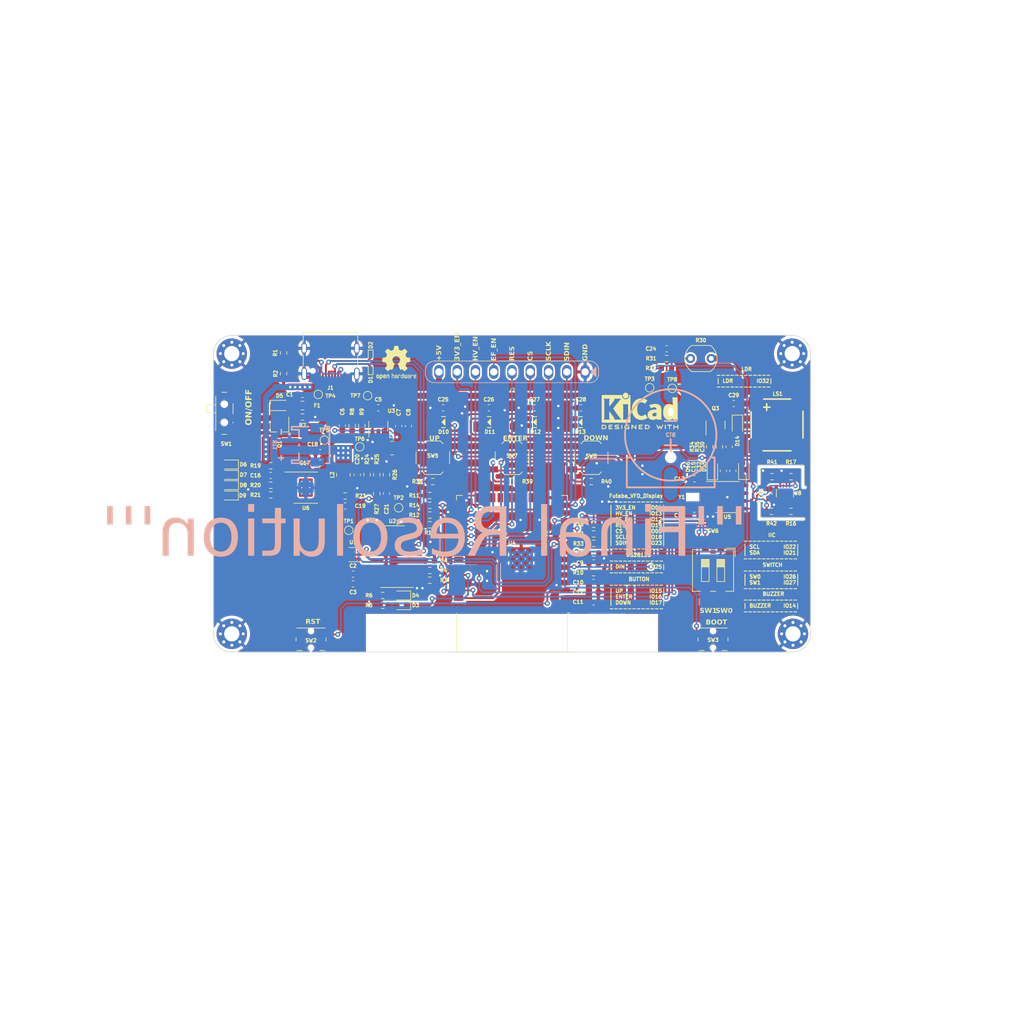
<source format=kicad_pcb>
(kicad_pcb (version 20221018) (generator pcbnew)
  (layers (0 "F.Cu" signal) (31 "B.Cu" signal) (34 "B.Paste" user) (35 "F.Paste" user) (36 "B.SilkS" user "B.Silkscreen") (37 "F.SilkS" user "F.Silkscreen") (38 "B.Mask" user) (39 "F.Mask" user) (44 "Edge.Cuts" user))
  (net 0 "")
  (net 1 "BAT+")
  (net 2 "GND")
  (net 3 "VBUS")
  (net 4 "+5V")
  (net 5 "+3V3")
  (net 6 "Net-(U3-FB)")
  (net 7 "~{EN}")
  (net 8 "Net-(U5-OSCI)")
  (net 9 "Net-(U5-OSCO)")
  (net 10 "Net-(U6-VIN)")
  (net 11 "+BATT")
  (net 12 "Net-(U6-BAT)")
  (net 13 "ADC_VBAT")
  (net 14 "Net-(C24-Pad1)")
  (net 15 "Net-(Q3-G)")
  (net 16 "USB_D-")
  (net 17 "USB_D+")
  (net 18 "UART_TXD")
  (net 19 "Net-(D3-A)")
  (net 20 "UART_RXD")
  (net 21 "Net-(D4-A)")
  (net 22 "Net-(D5-K)")
  (net 23 "Net-(D5-A)")
  (net 24 "Net-(D6-K)")
  (net 25 "Net-(D6-A)")
  (net 26 "Net-(D8-A)")
  (net 27 "Net-(D10-DOUT)")
  (net 28 "Net-(D10-DIN)")
  (net 29 "Net-(D11-DOUT)")
  (net 30 "Net-(D12-DOUT)")
  (net 32 "Net-(D14-A)")
  (net 33 "Net-(J1-CC1)")
  (net 35 "Net-(J1-CC2)")
  (net 37 "VFD_SDIN")
  (net 38 "VFD_SCLK")
  (net 39 "VFD_CS")
  (net 40 "VFD_RES")
  (net 41 "EF_EN")
  (net 42 "HV_EN")
  (net 43 "Net-(U3-LX)")
  (net 44 "Net-(U6-SW)")
  (net 45 "RTC_INT")
  (net 46 "Net-(U4-IO2)")
  (net 47 "I2C_SDA")
  (net 48 "I2C_SCL")
  (net 49 "BOOT")
  (net 50 "32KHZ")
  (net 51 "Net-(U6-LED1)")
  (net 52 "Net-(U6-LED2)")
  (net 53 "Net-(R24-Pad1)")
  (net 54 "Net-(R25-Pad1)")
  (net 55 "LDR_ADC")
  (net 56 "RGB_DIN")
  (net 57 "BUZZER")
  (net 58 "UP_KEY")
  (net 59 "MODE_SWITCH0")
  (net 60 "MODE_SWITCH1")
  (net 61 "ENTER_KEY")
  (net 62 "DOWN_KEY")
  (net 64 "/UART_CH340C/RTS")
  (net 65 "/UART_CH340C/DTR")
  (net 75 "3V3_EN")
  (net 77 "Net-(U6-KEY)")
  (net 78 "Net-(U2-TXD)")
  (net 79 "Net-(U2-RXD)")
  (net 87 "Net-(BT2-+)")
  (net 88 "Net-(D15-K)")
  (net 89 "Net-(U8-VDD)")
  (net 90 "Net-(U8-~{RESET})")
  (net 91 "Net-(U8-ADDR)")
  (footprint "Resistor_SMD:R_0603_1608Metric" (layer "F.Cu") (at 155.5 117.9)
    (fp_text reference "R14")
    (fp_text value "10K")
  )
  (footprint "Resistor_SMD:R_0603_1608Metric" (layer "F.Cu") (at 142.75 104.8 90)
    (fp_text reference "R8")
    (fp_text value "100K")
  )
  (footprint "Crystal:Crystal_SMD_3215-2Pin_3.2x1.5mm" (layer "F.Cu") (at 198.65 116.55 90)
    (fp_text reference "Y1")
    (fp_text value "32.768KHz")
  )
  (footprint "Capacitor_SMD:C_0603_1608Metric" (layer "F.Cu") (at 147.05 101.9 180)
    (fp_text reference "C5")
    (fp_text value "22μF")
  )
  (footprint "Diode_SMD:D_SOD-323" (layer "F.Cu") (at 130.85 101.51)
    (fp_text reference "D5")
    (fp_text value "1N5819")
  )
  (footprint "Resistor_SMD:R_0603_1608Metric" (layer "F.Cu") (at 182.4 122.6)
    (fp_text reference "R37")
    (fp_text value "10K")
  )
  (footprint "ChronoVolt_Lib:LED-SMD_4P-L2.0-W1.8_CY-0807" (layer "F.Cu") (at 157.75 104.25)
    (fp_text reference "D10")
    (fp_text value "WS2812B")
  )
  (footprint "Capacitor_SMD:C_0603_1608Metric" (layer "F.Cu") (at 182.4 132.155)
    (fp_text reference "C12")
    (fp_text value "100nF")
  )
  (footprint "Resistor_SMD:R_0603_1608Metric" (layer "F.Cu") (at 156 114)
    (fp_text reference "R36")
    (fp_text value "10K")
  )
  (footprint "Button_Switch_SMD:SW_DIP_SPSTx02_Slide_6.7x6.64mm_W8.61mm_P2.54mm_LowProfile" (layer "F.Cu") (at 202 128.6 -90)
    (fp_text reference "SW6")
    (fp_text value "MODE_SWITCH")
  )
  (footprint "Resistor_SMD:R_0603_1608Metric" (layer "F.Cu") (at 155.5 128.6)
    (fp_text reference "R4")
    (fp_text value "470R")
  )
  (footprint "Capacitor_SMD:C_0603_1608Metric" (layer "F.Cu") (at 194.375 92.2 180)
    (fp_text reference "C24")
    (fp_text value "100nF")
  )
  (footprint "LED_SMD:LED_0603_1608Metric" (layer "F.Cu") (at 122.6125 112.9 180)
    (fp_text reference "D7")
    (fp_text value "50%")
  )
  (footprint "Capacitor_SMD:C_0603_1608Metric" (layer "F.Cu") (at 182.4 127.355 180)
    (fp_text reference "C9")
    (fp_text value "100nF")
  )
  (footprint "Capacitor_SMD:C_0603_1608Metric" (layer "F.Cu") (at 205.25 112.25 90)
    (fp_text reference "C32")
    (fp_text value "0.1μF")
  )
  (footprint "LED_SMD:LED_0603_1608Metric" (layer "F.Cu") (at 150.8875 134.3 180)
    (fp_text reference "D3")
    (fp_text value "TX_LED")
  )
  (footprint "TestPoint:TestPoint_Pad_D1.0mm" (layer "F.Cu") (at 150.4 118.3)
    (fp_text reference "TP2")
    (fp_text value "TP_3V3")
  )
  (footprint "Capacitor_SMD:C_0603_1608Metric" (layer "F.Cu") (at 141.15 104.8 90)
    (fp_text reference "C6")
    (fp_text value "22pF")
  )
  (footprint "Capacitor_SMD:C_0603_1608Metric" (layer "F.Cu") (at 148.4 115.975 90)
    (fp_text reference "C21")
    (fp_text value "100nF")
  )
  (footprint "Package_TO_SOT_SMD:TSOT-23" (layer "F.Cu") (at 130.85 104.91 -90)
    (fp_text reference "Q1")
    (fp_text value "CJ2301")
  )
  (footprint "Capacitor_SMD:C_0603_1608Metric" (layer "F.Cu") (at 211.2 116 90)
    (fp_text reference "C33")
    (fp_text value "0.1μF")
  )
  (footprint "Package_SO:SOIC-8-1EP_3.9x4.9mm_P1.27mm_EP2.29x3mm_ThermalVias" (layer "F.Cu") (at 135.15 115)
    (fp_text reference "U6")
    (fp_text value "IP5306")
  )
  (footprint "Resistor_SMD:R_0603_1608Metric" (layer "F.Cu") (at 155.5 121.1 180)
    (fp_text reference "R13")
    (fp_text value "4.7K")
  )
  (footprint "Resistor_SMD:R_0603_1608Metric" (layer "F.Cu") (at 146.8 112.875 90)
    (fp_text reference "R25")
    (fp_text value "470K")
  )
  (footprint "Capacitor_SMD:C_0603_1608Metric" (layer "F.Cu") (at 137.525 109.265 180)
    (fp_text reference "C18")
    (fp_text value "10uF")
  )
  (footprint "LED_SMD:LED_0603_1608Metric" (layer "F.Cu") (at 122.6 114.6 180)
    (fp_text reference "D8")
    (fp_text value "75%")
  )
  (footprint "Diode_SMD:D_SOD-323" (layer "F.Cu") (at 207.05 112.05 90)
    (fp_text reference "D15")
    (fp_text value "1N4148WS")
  )
  (footprint "Capacitor_SMD:C_0603_1608Metric" (layer "F.Cu") (at 204.65 108.3 -90)
    (fp_text reference "C30")
    (fp_text value "100nF")
  )
  (footprint "Capacitor_SMD:C_0603_1608Metric" (layer "F.Cu") (at 143.6 112.9 -90)
    (fp_text reference "C20")
    (fp_text value "100nF")
  )
  (footprint "Resistor_SMD:R_0603_1608Metric" (layer "F.Cu") (at 155.5 116.3)
    (fp_text reference "R11")
    (fp_text value "10K")
  )
  (footprint "Resistor_SMD:R_0603_1608Metric" (layer "F.Cu") (at 131.5 96.275 90)
    (fp_text reference "R2")
    (fp_text value "5.1K")
  )
  (footprint "Diode_SMD:D_SOD-323" (layer "F.Cu") (at 201.9 112.1 90)
    (fp_text reference "D16")
    (fp_text value "1N4148WS")
  )
  (footprint "Capacitor_SMD:C_0603_1608Metric" (layer "F.Cu") (at 155.5 127 180)
    (fp_text reference "C4")
    (fp_text value "100nF")
  )
  (footprint "TestPoint:TestPoint_Pad_D1.0mm" (layer "F.Cu") (at 145.3 99.9)
    (fp_text reference "TP7")
    (fp_text value "TP_+5V")
  )
  (footprint "Resistor_SMD:R_0603_1608Metric" (layer "F.Cu") (at 148.4 112.875 90)
    (fp_text reference "R26")
    (fp_text value "470K")
  )
  (footprint "Button_Switch_SMD:SW_SPST_TL3342" (layer "F.Cu") (at 182 110.1 180)
    (fp_text reference "SW8")
    (fp_text value "DOWN_KEY")
  )
  (footprint "Resistor_SMD:R_0603_1608Metric" (layer "F.Cu") (at 129.4 114.6)
    (fp_text reference "R20")
    (fp_text value "4.7K")
  )
  (footprint "MountingHole:MountingHole_2.5mm_Pad_Via" (layer "F.Cu") (at 215 93)
    (fp_text reference "H2" hide)
    (fp_text value "MountingHole_Pad")
  )
  (footprint "ChronoVolt_Lib:Con_Pin_1x09_3mm" (layer "F.Cu") (at 169 101.08 180)
    (fp_text reference "J2")
    (fp_text value "Conn_01x09_Pin")
  )
  (footprint "Resistor_SMD:R_0603_1608Metric" (layer "F.Cu") (at 147.775 132.7)
    (fp_text reference "R6")
    (fp_text value "470R")
  )
  (footprint "Capacitor_SMD:C_0603_1608Metric" (layer "F.Cu") (at 157.7 101.9 180)
    (fp_text reference "C25")
    (fp_text value "100nF")
  )
  (footprint "TestPoint:TestPoint_Pad_D1.0mm" (layer "F.Cu") (at 144 108.3)
    (fp_text reference "TP6")
    (fp_text value "TP_BAT")
  )
  (footprint "Resistor_SMD:R_0603_1608Metric" (layer "F.Cu") (at 155.5 130.2)
    (fp_text reference "R3")
    (fp_text value "470R")
  )
  (footprint "Resistor_SMD:R_0603_1608Metric" (layer "F.Cu") (at 182.4 128.955 180)
    (fp_text reference "R10")
    (fp_text value "10K")
  )
  (footprint "Resistor_SMD:R_0603_1608Metric" (layer "F.Cu") (at 145.2 112.875 -90)
    (fp_text reference "R24")
    (fp_text value "0R")
  )
  (footprint "MountingHole:MountingHole_2.5mm_Pad_Via" (layer "F.Cu") (at 123 139)
    (fp_text reference "H4" hide)
    (fp_text value "MountingHole_Pad")
  )
  (footprint "Button_Switch_SMD:SW_SPST_TL3342" (layer "F.Cu") (at 169 110.1 180)
    (fp_text reference "SW7")
    (fp_text value "ENTER_KEY")
  )
  (footprint "Resistor_SMD:R_0603_1608Metric" (layer "F.Cu") (at 182.4 125.75 180)
    (fp_text reference "R15")
    (fp_text value "10K")
  )
  (footprint "Capacitor_SMD:C_0603_1608Metric" (layer "F.Cu") (at 203.7 112.25 -90)
    (fp_text reference "C15")
    (fp_text value "0.1μF")
  )
  (footprint "TestPoint:TestPoint_Pad_D1.0mm" (layer "F.Cu") (at 142.2 122)
    (fp_text reference "TP1")
    (fp_text value "TP_GND")
  )
  (footprint "Capacitor_SMD:C_0603_1608Metric" (layer "F.Cu") (at 182.4 130.555 180)
    (fp_text reference "C10")
    (fp_text value "1uF")
  )
  (footprint "Package_TO_SOT_SMD:SOT-363_SC-70-6" (layer "F.Cu") (at 142.9 126 180)
    (fp_text reference "U1")
    (fp_text value "DDC114TU-7-F")
  )
  (footprint "TestPoint:TestPoint_Pad_D1.0mm" (layer "F.Cu") (at 195.3 98.7)
    (fp_text reference "TP8")
    (fp_text value "TP_+3v3")
  )
  (footprint "Capacitor_SMD:C_0603_1608Metric" (layer "F.Cu") (at 165.2 101.9 180)
    (fp_text reference "C26")
    (fp_text value "100nF")
  )
  (footprint "Diode_SMD:D_SOD-323" (layer "F.Cu") (at 206 104.7 -90)
    (fp_text reference "D14")
    (fp_text value "1N4148")
  )
  (footprint "RF_Module:ESP32-WROOM-32D" (layer "F.Cu") (at 169 126.155 180)
    (fp_text reference "U4")
    (fp_text value "ESP32-WROOM-32D")
  )
  (footprint "Button_Switch_SMD:SW_SPST_TL3342" (layer "F.Cu") (at 156 110.1 180)
    (fp_text reference "SW5")
    (fp_text value "UP_KEY")
  )
  (footprint "Resistor_SMD:R_0603_1608Metric" (layer "F.Cu") (at 129.4 116.2)
    (fp_text reference "R21")
    (fp_text value "4.7K")
  )
  (footprint "LED_SMD:LED_0603_1608Metric" (layer "F.Cu") (at 150.875 132.7 180)
    (fp_text reference "D4")
    (fp_text value "RX_LED")
  )
  (footprint "Capacitor_SMD:C_0603_1608Metric" (layer "F.Cu") (at 150.4 104.9 90)
    (fp_text reference "C7")
    (fp_text value "22μF")
  )
  (footprint "Connector_USB:USB_C_Receptacle_Palconn_UTC16-G" (layer "F.Cu") (at 139.2 94.375 180)
    (fp_text reference "J1")
    (fp_text value "USB_C_Receptacle_USB2.0")
  )
  (footprint "Resistor_SMD:R_0603_1608Metric" (layer "F.Cu") (at 131.5 92.875 -90)
    (fp_text reference "R1")
    (fp_text value "5.1K")
  )
  (footprint "Resistor_SMD:R_0603_1608Metric" (layer "F.Cu") (at 214.8 113.2 180)
    (fp_text reference "R17")
    (fp_text value "10K")
  )
  (footprint "Package_SO:SOIC-16_3.9x9.9mm_P1.27mm" (layer "F.Cu") (at 149.375 126.325 180)
    (fp_text reference "U2")
    (fp_text value "CH340C")
  )
  (footprint "Diode_SMD:D_SOD-923" (layer "F.Cu") (at 145.8 93.28 -90)
    (fp_text reference "D2")
    (fp_text value "CESDBLC5V0D3")
  )
  (footprint "Inductor_SMD:L_1008_2520Metric" (layer "F.Cu") (at 149.325 108.5)
    (fp_text reference "L1")
    (fp_text value "2.2μH")
  )
  (footprint "LED_SMD:LED_0603_1608Metric" (layer "F.Cu") (at 122.6 111.2 180)
    (fp_text reference "D6")
    (fp_text value "25%")
  )
  (footprint "Resistor_SMD:R_0603_1608Metric" (layer "F.Cu") (at 194.375 93.8 180)
    (fp_text reference "R31")
    (fp_text value "10K")
  )
  (footprint "Resistor_SMD:R_0603_1608Metric" (layer "F.Cu") (at 211.7 113.2)
    (fp_text reference "R41")
    (fp_text value "10K")
  )
  (footprint "Symbol:OSHW-Logo2_7.3x6mm_SilkScreen" (layer "F.Cu") (at 150 94.5)
    (fp_text reference "REF**" hide)
    (fp_text value "OSHW-Logo2_7.3x6mm_SilkScreen" hide)
  )
  (footprint "Capacitor_SMD:C_0603_1608Metric" (layer "F.Cu") (at 142.9 130.8)
    (fp_text reference "C3")
    (fp_text value "100nF")
  )
  (footprint "LED_SMD:LED_0603_1608Metric" (layer "F.Cu") (at 122.5875 116.3 180)
    (fp_text reference "D9")
    (fp_text value "100%")
  )
  (footprint "Capacitor_SMD:C_0603_1608Metric" (layer "F.Cu") (at 182.4 133.755)
    (fp_text reference "C11")
    (fp_text value "22uF")
  )
  (footprint "Inductor_SMD:L_1008_2520Metric" (layer "F.Cu") (at 141.325 112.9 90)
    (fp_text reference "L2")
    (fp_text value "1uH")
  )
  (footprint "Capacitor_SMD:C_0603_1608Metric" (layer "F.Cu") (at 134.6 99.7 180)
    (fp_text reference "C1")
    (fp_text value "100nF")
  )
  (footprint "Capacitor_SMD:C_0603_1608Metric" (layer "F.Cu") (at 198.95 113.55)
    (fp_text reference "C13")
    (fp_text value "9pF")
  )
  (footprint "Resistor_SMD:R_0603_1608Metric" (layer "F.Cu") (at 129.4 111.4)
    (fp_text reference "R19")
    (fp_text value "0R")
  )
  (footprint "Resistor_SMD:R_0603_1608Metric" (layer "F.Cu") (at 194.375 95.4)
    (fp_text reference "R32")
    (fp_text value "0R")
  )
  (footprint "Capacitor_SMD:C_0603_1608Metric" (layer "F.Cu") (at 141.6 118)
    (fp_text reference "C19")
    (fp_text value "10uF")
  )
  (footprint "Resistor_SMD:R_0603_1608Metric" (layer "F.Cu") (at 144.35 104.8 -90)
    (fp_text reference "R9")
    (fp_text value "22K")
  )
  (footprint "OptoDevice:R_LDR_5.1x4.3mm_P3.4mm_Vertical" (layer "F.Cu") (at 201.7 93.8 180)
    (fp_text reference "R30")
    (fp_text value "LDR_GL5528")
  )
  (footprint "ChronoVolt_Lib:LED-SMD_4P-L2.0-W1.8_CY-0807" (layer "F.Cu") (at 180.25 104.25)
    (fp_text reference "D13")
    (fp_text value "WS2812B")
  )
  (footprint "Capacitor_SMD:C_0603_1608Metric" (layer "F.Cu") (at 142.9 129.2)
    (fp_text reference "C2")
    (fp_text value "100nF")
  )
  (footprint "Resistor_SMD:R_0603_1608Metric" (layer "F.Cu") (at 147.775 134.3)
    (fp_text reference "R5")
    (fp_text value "470R")
  )
  (footprint "Diode_SMD:D_SOD-923" (layer "F.Cu") (at 145.8 95.6 90)
    (fp_text reference "D1")
    (fp_text value "CESDBLC5V0D3")
  )
  (footprint "Package_TO_SOT_SMD:SOT-23-5" (layer "F.Cu") (at 147.05 104.9 90)
    (fp_text reference "U3")
    (fp_text value "SY8089AAAC")
  )
  (footprint "Resistor_SMD:R_0603_1608Metric" (layer "F.Cu") (at 214.8 118.9)
    (fp_text reference "R16")
    (fp_text value "4K7")
  )
  (footprint "Package_SO:SOIC-8_3.9x4.9mm_P1.27mm" (layer "F.Cu") (at 204.35 116.55)
    (fp_text reference "U5")
    (fp_text value "BM8563EMA")
  )
  (footprint "TestPoint:TestPoint_Pad_D1.0mm" (layer "F.Cu") (at 191.6 98.6)
    (fp_text reference "TP3")
    (fp_text value "TP_GND")
  )
  (footprint "Resistor_SMD:R_0603_1608Metric" (layer "F.Cu") (at 146.8 115.975 90)
    (fp_text reference "R27")
    (fp_text value "0R")
  )
  (footprint "Symbol:KiCad-Logo2_5mm_SilkScreen" (layer "F.Cu") (at 190 102.4)
    (fp_text reference "REF**" hide)
    (fp_text value "KiCad-Logo2_5mm_SilkScreen" hide)
  )
  (footprint "Button_Switch_SMD:Panasonic_EVQPUL_EVQPUC" (layer "F.Cu") (at 202 139.9 180)
    (fp_text reference "SW3")
    (fp_text value "BOOT_KEY")
  )
  (footprint "MountingHole:MountingHole_2.5mm_Pad_Via" (layer "F.Cu") (at 123 93)
    (fp_text reference "H1" hide)
    (fp_text value "MountingHole_Pad")
  )
  (footprint "Resistor_SMD:R_0603_1608Metric" (layer "F.Cu") (at 203.05 108.3 90)
    (fp_text reference "R35")
    (fp_text value "2K")
  )
  (footprint "Resistor_SMD:R_0603_1608Metric" (layer "F.Cu") (at 134.6 103.4)
    (fp_text reference "R7")
    (fp_text value "10K")
  )
  (footprint "Capacitor_SMD:C_0603_1608Metric" (layer "F.Cu") (at 137.525 110.965 180)
    (fp_text reference "C17")
    (fp_text value "10uF")
  )
  (footprint "TestPoint:TestPoint_Pad_D1.0mm" (layer "F.Cu") (at 138.2 107.2)
    (fp_text reference "TP5")
    (fp_text value "TP_+BATT")
  )
  (footprint "Resistor_SMD:R_0603_1608Metric" (layer "F.Cu") (at 182 114)
    (fp_text reference "R40")
    (fp_text value "10K")
  )
  (footprint "ChronoVolt_Lib:LED-SMD_4P-L2.0-W1.8_CY-0807" (layer "F.Cu") (at 165.25 104.25)
    (fp_text reference "D11")
    (fp_text value "WS2812B")
  )
  (footprint "MountingHole:MountingHole_2.5mm_Pad_Via" (layer "F.Cu") (at 215.125 139)
    (fp_text reference "H3" hide)
    (fp_text value "MountingHole_Pad")
  )
  (footprint "Capacitor_SMD:C_0603_1608Metric" (layer "F.Cu") (at 152 104.9 90)
    (fp_text reference "C8")
    (fp_text value "22μF")
  )
  (footprint "Fuse:Fuse_0805_2012Metric" (layer "F.Cu") (at 134.6 101.52 180)
    (fp_text reference "F1")
    (fp_text value "Fuse")
  )
  (footprint "Capacitor_SMD:C_0603_1608Metric" (layer "F.Cu") (at 129.4 113)
    (fp_text reference "C16")
    (fp_text value "10uF")
  )
  (footprint "Resistor_SMD:R_0603_1608Metric" (layer "F.Cu") (at 141.6 116.365)
    (fp_text reference "R23")
    (fp_text value "0.5R")
  )
  (footprint "TestPoint:TestPoint_Pad_D1.0mm" (layer "F.Cu") (at 137.2 99.7)
    (fp_text reference "TP4")
    (fp_text value "TP_VBUS")
  )
  (footprint "Capacitor_SMD:C_0603_1608Metric" (layer "F.Cu") (at 180.3 101.9 180)
    (fp_text reference "C28")
    (fp_text value "100nF")
  )
  (footprint "Button_Switch_SMD:SW_SPDT_PCM12" (layer "F.Cu") (at 122.1 102.8 -90)
    (fp_text reference "SW1")
    (fp_text value "SW_Push_SPDT")
  )
  (footprint "Button_Switch_SMD:Panasonic_EVQPUL_EVQPUC" (layer "F.Cu") (at 136 139.9 180)
    (fp_text reference "SW2")
    (fp_text value "EN_KEY")
  )
  (footprint "Package_TO_SOT_SMD:SOT-23" (layer "F.Cu") (at 202.4 104.7 90)
    (fp_text reference "Q3")
    (fp_text value "AO3400A")
  )
  (footprint "Capacitor_SMD:C_0603_1608Metric" (layer "F.Cu") (at 198.95 119.55)
    (fp_text reference "C14")
    (fp_text value "9pF")
  )
  (footprint "Resistor_SMD:R_0603_1608Metric" (layer "F.Cu") (at 155.5 119.5 180)
    (fp_text reference "R12")
    (fp_text value "4.7K")
  )
  (footprint "Sensor_Humidity:Sensirion_DFN-8-1EP_2.5x2.5mm_P0.5mm_EP1.1x1.7mm" (layer "F.Cu") (at 213.8 115.9 -90)
    (fp_text reference "U8")
    (fp_text value "SHT31-DIS")
  )
  (footprint "Resistor_SMD:R_0603_1608Metric" (layer "F.Cu") (at 182.4 121)
    (fp_text reference "R38")
    (fp_text value "10K")
  )
  (footprint "Resistor_SMD:R_0603_1608Metric" (layer "F.Cu") (at 182.4 124.15)
    (fp_text reference "R33")
    (fp_text value "470R")
  )
  (footprint "Resistor_SMD:R_0603_1608Metric" (layer "F.Cu") (at 211.6 118.9)
    (fp_text reference "R42")
    (fp_text value "0R")
  )
  (footprint "Resistor_SMD:R_0603_1608Metric" (layer "F.Cu") (at 201.45 108.3 90)
    (fp_text reference "R34")
    (fp_text value "100R")
  )
  (footprint "ChronoVolt_Lib:LED-SMD_4P-L2.0-W1.8_CY-0807" (layer "F.Cu") (at 172.75 104.25)
    (fp_text reference "D12")
    (fp_text value "WS2812B")
  )
  (footprint "Resistor_SMD:R_0603_1608Metric" (layer "F.Cu") (at 169 114)
    (fp_text reference "R39")
    (fp_text value "10K")
  )
  (footprint "Capacitor_SMD:C_0603_1608Metric" (layer "F.Cu") (at 205.4 101.2)
    (fp_text reference "C29")
    (fp_text value "100nF")
  )
  (footprint "Capacitor_SMD:C_0603_1608Metric" (layer "F.Cu") (at 172.7 101.9 180)
    (fp_text reference "C27")
    (fp_text value "100nF")
  )
  (footprint "ChronoVolt_Lib:BUZ-SMD_4P-L8.5-W8.5-TL" (layer "F.Cu") (at 212.5 104.7)
    (fp_text reference "LS1")
    (fp_text value "Buzzer_MLT-8530_Passive")
  )
  (footprint "ChronoVolt_Lib:CONN-SMD_ZH1.5-2P-WT" (layer "B.Cu") (at 134.7615 108 -90)
    (fp_text reference "BT1")
    (fp_text value "Battery")
  )
  (footprint "ChronoVolt_Lib:BS-1220-2" (layer "B.Cu") (at 195.05 106.35 -90)
    (fp_text reference "BT2")
    (fp_text value "Battery_Cell")
  )
  (gr_arc (start 210 119.9) (mid 209.858579 119.841421) (end 209.8 119.7) (stroke (width 0.1)) (layer "Edge.Cuts"))
  (gr_arc (start 217.358579 115) (mid 217.3 115.141421) (end 217.158579 115.2) (stroke (width 0.1)) (layer "Edge.Cuts"))
  (gr_arc (start 209.5 114.6) (mid 209.358579 114.541421) (end 209.3 114.4) (stroke (width 0.1)) (layer "Edge.Cuts"))
  (gr_arc locked (start 218 139) (mid 217.12132 141.12132) (end 215 142) (stroke (width 0.1)) (layer "Edge.Cuts"))
  (gr_arc (start 209.8 114.4) (mid 209.741421 114.541421) (end 209.6 114.6) (stroke (width 0.1)) (layer "Edge.Cuts"))
  (gr_line (start 214 111.8) (end 210 111.8) (stroke (width 0.1)) (layer "Edge.Cuts"))
  (gr_arc (start 217.11 114.7) (mid 217.032218 114.667782) (end 217 114.59) (stroke (width 0.1)) (layer "Edge.Cuts"))
  (gr_line (start 217.1 120.1) (end 217.1 120.2) (stroke (width 0.1)) (layer "Edge.Cuts"))
  (gr_line (start 209.3 120.2) (end 209.3 120.1) (stroke (width 0.1)) (layer "Edge.Cuts"))
  (gr_line locked (start 120 139) (end 120 93) (stroke (width 0.1)) (layer "Edge.Cuts"))
  (gr_line (start 209.5 117.3) (end 209.6 117.3) (stroke (width 0.1)) (layer "Edge.Cuts"))
  (gr_arc (start 217.158579 114.7) (mid 217.3 114.758579) (end 217.358579 114.9) (stroke (width 0.1)) (layer "Edge.Cuts"))
  (gr_arc (start 217.1 120.2) (mid 217.041421 120.341421) (end 216.9 120.4) (stroke (width 0.1)) (layer "Edge.Cuts"))
  (gr_line (start 217 111.5) (end 217 114.59) (stroke (width 0.1)) (layer "Edge.Cuts"))
  (gr_line locked (start 218 93) (end 218 139) (stroke (width 0.1)) (layer "Edge.Cuts"))
  (gr_line (start 216.7 115.2) (end 217.158579 115.2) (stroke (width 0.1)) (layer "Edge.Cuts"))
  (gr_arc locked (start 215 90) (mid 217.12132 90.87868) (end 218 93) (stroke (width 0.1)) (layer "Edge.Cuts"))
  (gr_arc (start 209.6 117.3) (mid 209.741421 117.358579) (end 209.8 117.5) (stroke (width 0.1)) (layer "Edge.Cuts"))
  (gr_arc (start 209.3 117.5) (mid 209.358579 117.358579) (end 209.5 117.3) (stroke (width 0.1)) (layer "Edge.Cuts"))
  (gr_line (start 217.11 114.7) (end 217.158579 114.7) (stroke (width 0.1)) (layer "Edge.Cuts"))
  (gr_arc locked (start 123 142) (mid 120.87868 141.12132) (end 120 139) (stroke (width 0.1)) (layer "Edge.Cuts"))
  (gr_arc (start 209.8 112) (mid 209.858579 111.858579) (end 210 111.8) (stroke (width 0.1)) (layer "Edge.Cuts"))
  (gr_line locked (start 215 142) (end 123 142) (stroke (width 0.1)) (layer "Edge.Cuts"))
  (gr_line (start 209.6 114.6) (end 209.5 114.6) (stroke (width 0.1)) (layer "Edge.Cuts"))
  (gr_arc (start 216.9 119.9) (mid 217.041421 119.958579) (end 217.1 120.1) (stroke (width 0.1)) (layer "Edge.Cuts"))
  (gr_arc locked (start 120 93) (mid 120.87868 90.87868) (end 123 90) (stroke (width 0.1)) (layer "Edge.Cuts"))
  (gr_arc (start 209.5 120.4) (mid 209.358579 120.341421) (end 209.3 120.2) (stroke (width 0.1)) (layer "Edge.Cuts"))
  (gr_arc (start 209.3 111.5) (mid 209.358579 111.358579) (end 209.5 111.3) (stroke (width 0.1)) (layer "Edge.Cuts"))
  (gr_line (start 216.5 112) (end 216.5 115) (stroke (width 0.1)) (layer "Edge.Cuts"))
  (gr_line (start 216.9 120.4) (end 209.5 120.4) (stroke (width 0.1)) (layer "Edge.Cuts"))
  (gr_line (start 209.8 112) (end 209.8 114.4) (stroke (width 0.1)) (layer "Edge.Cuts"))
  (gr_line (start 217.358579 114.9) (end 217.358579 115) (stroke (width 0.1)) (layer "Edge.Cuts"))
  (gr_line (start 214 111.8) (end 216.3 111.8) (stroke (width 0.1)) (layer "Edge.Cuts"))
  (gr_line (start 209.8 117.5) (end 209.8 119.7) (stroke (width 0.1)) (layer "Edge.Cuts"))
  (gr_line (start 209.3 120.1) (end 209.3 117.5) (stroke (width 0.1)) (layer "Edge.Cuts"))
  (gr_arc (start 216.3 111.8) (mid 216.441421 111.858579) (end 216.5 112) (stroke (width 0.1)) (layer "Edge.Cuts"))
  (gr_line (start 209.3 114.4) (end 209.3 111.5) (stroke (width 0.1)) (layer "Edge.Cuts"))
  (gr_line locked (start 123 90) (end 215 90) (stroke (width 0.1)) (layer "Edge.Cuts"))
  (gr_arc (start 216.8 111.3) (mid 216.941421 111.358579) (end 217 111.5) (stroke (width 0.1)) (layer "Edge.Cuts"))
  (gr_line (start 209.5 111.3) (end 214.5 111.3) (stroke (width 0.1)) (layer "Edge.Cuts"))
  (gr_arc (start 216.7 115.2) (mid 216.558579 115.141421) (end 216.5 115) (stroke (width 0.1)) (layer "Edge.Cuts"))
  (gr_line (start 214.5 111.3) (end 216.8 111.3) (stroke (width 0.1)) (layer "Edge.Cuts"))
  (gr_line (start 210 119.9) (end 216.9 119.9) (stroke (width 0.1)) (layer "Edge.Cuts"))
  (gr_text "'''Final Resolution'''" (at 207.75 127.55) (layer "B.SilkS") (effects (font (size 8 8)) (justify left bottom mirror)))
  (gr_text "+    -" (at 130.6 110.9 -90) (layer "B.SilkS") (effects (font (size 1 1) (thickness 0.25) bold) (justify left bottom mirror)))
  (gr_text "RES" (at 169.5 94.2 90) (layer "F.SilkS") (effects (font (size 0.8 0.8) (thickness 0.2) bold) (justify left bottom)))
  (gr_text "ENTER" (at 167.5 107.4) (layer "F.SilkS") (effects (font (size 0.8 0.8) (thickness 0.2) bold) (justify left bottom)))
  (gr_text "SCLK" (at 175.5 94.2 90) (layer "F.SilkS") (effects (font (size 0.8 0.8) (thickness 0.2) bold) (justify left bottom)))
  (gr_text "+5V" (at 157.5 94.2 90) (layer "F.SilkS") (effects (font (size 0.8 0.8) (thickness 0.2) bold) (justify left bottom)))
  (gr_text "DOWN" (at 180.75 107.35) (layer "F.SilkS") (effects (font (size 0.8 0.8) (thickness 0.2) bold) (justify left bottom)))
  (gr_text "CS" (at 172.5 94.2 90) (layer "F.SilkS") (effects (font (size 0.8 0.8) (thickness 0.2) bold) (justify left bottom)))
  (gr_text "        BUZZER\n ------------\n | BUZZER	IO14|\n ------------" (at 206.4 135.7) (layer "F.SilkS") (effects (font (size 0.6 0.6)) (justify left bottom)))
  (gr_text "          LDR\n ------------\n | LDR		IO32|\n ------------" (at 202 98.8) (layer "F.SilkS") (effects (font (size 0.6 0.6)) (justify left bottom)))
  (gr_text "SW1" (at 199.8 135.7) (layer "F.SilkS") (effects (font (size 0.8 0.8) (thickness 0.2) bold) (justify left bottom)))
  (gr_text "          IIC\n ------------\n | SCL		IO22|\n | SDA		IO21|\n ------------" (at 206.4 127) (layer "F.SilkS") (effects (font (size 0.6 0.6)) (justify left bottom)))
  (gr_text "        BUTTON\n ------------\n | UP		IO15|\n | ENTER	IO16|\n | DOWN		IO17|\n ------------" (at 184.4 135.2) (layer "F.SilkS") (effects (font (size 0.6 0.6)) (justify left bottom)))
  (gr_text "        SWITCH\n ------------\n | SW0		IO26|\n | SW1		IO27|\n ------------" (at 206.4 131.9) (layer "F.SilkS") (effects (font (size 0.6 0.6)) (justify left bottom)))
  (gr_text "UP" (at 155.4 107.4) (layer "F.SilkS") (effects (font (size 0.8 0.8) (thickness 0.2) bold) (justify left bottom)))
  (gr_text "       WS2812B\n ------------\n | DIN		IO25|\n ------------" (at 184.4 129.3) (layer "F.SilkS") (effects (font (size 0.6 0.6)) (justify left bottom)))
  (gr_text " Futaba_VFD_Display\n ------------\n | 3V3_EN	IO04|\n | HV_EN	IO13|\n | EF_EN	IO12|\n | RES		IO19|\n | CS		IO05|\n | SCLK		IO18|\n | SDIN		IO23|\n ------------" (at 184.4 125.4) (layer "F.SilkS") (effects (font (size 0.6 0.6)) (justify left bottom)))
  (gr_text "SDIN" (at 178.5 94.2 90) (layer "F.SilkS") (effects (font (size 0.8 0.8) (thickness 0.2) bold) (justify left bottom)))
  (gr_text "BOOT" (at 200.8 137.6) (layer "F.SilkS") (effects (font (size 0.8 0.8) (thickness 0.2) bold) (justify left bottom)))
  (gr_text "RST" (at 135.1 137.5) (layer "F.SilkS") (effects (font (size 0.8 0.8) (thickness 0.2) bold) (justify left bottom)))
  (gr_text "SW0" (at 202.4 135.7) (layer "F.SilkS") (effects (font (size 0.8 0.8) (thickness 0.2) bold) (justify left bottom)))
  (gr_text "3V3_EN" (at 160.5 94.2 90) (layer "F.SilkS") (effects (font (size 0.8 0.8) (thickness 0.2) bold) (justify left bottom)))
  (gr_text "ON/OFF" (at 126.4 104.8 90) (layer "F.SilkS") (effects (font (size 1 1) (thickness 0.2) bold) (justify left bottom)))
  (gr_text "GND" (at 181.5 94.2 90) (layer "F.SilkS") (effects (font (size 0.8 0.8) (thickness 0.2) bold) (justify left bottom)))
  (gr_text "EF_EN" (at 166.5 94.2 90) (layer "F.SilkS") (effects (font (size 0.8 0.8) (thickness 0.2) bold) (justify left bottom)))
  (gr_text "HV_EN" (at 163.5 94.2 90) (layer "F.SilkS") (effects (font (size 0.8 0.8) (thickness 0.2) bold) (justify left bottom)))
  (segment (start 144 108.3) (end 142.3 108.3) (width 0.6) (layer "F.Cu") (net 1))
  (segment (start 144.535 116.365) (end 145.2 115.7) (width 0.3) (layer "F.Cu") (net 1))
  (segment (start 145.2 115.7) (end 145.2 113.7) (width 0.3) (layer "F.Cu") (net 1))
  (segment (start 142.3 108.3) (end 142.1 108.5) (width 0.6) (layer "F.Cu") (net 1))
  (segment (start 142.425 116.365) (end 144.535 116.365) (width 0.3) (layer "F.Cu") (net 1))
  (segment (start 145.175 113.7) (end 143.6 112.125) (width 0.3) (layer "F.Cu") (net 1))
  (segment (start 143.3 111.825) (end 143.6 112.125) (width 1) (layer "F.Cu") (net 1))
  (segment (start 145.2 113.7) (end 145.175 113.7) (width 0.3) (layer "F.Cu") (net 1))
  (segment (start 141.325 111.825) (end 143.3 111.825) (width 1) (layer "F.Cu") (net 1))
  (via (at 140.5 109.3) (size 0.8) (drill 0.4) (layers "F.Cu" "B.Cu") (net 1))
  (via (at 141.3 108.5) (size 0.8) (drill 0.4) (layers "F.Cu" "B.Cu") (net 1))
  (via (at 142.1 110.1) (size 0.8) (drill 0.4) (layers "F.Cu" "B.Cu") (net 1))
  (via (at 142.1 108.5) (size 0.8) (drill 0.4) (layers "F.Cu" "B.Cu") (net 1))
  (via (at 142.1 109.3) (size 0.8) (drill 0.4) (layers "F.Cu" "B.Cu") (net 1))
  (via (at 140.5 110.1) (size 0.8) (drill 0.4) (layers "F.Cu" "B.Cu") (net 1))
  (via (at 140.5 108.5) (size 0.8) (drill 0.4) (layers "F.Cu" "B.Cu") (net 1))
  (via (at 141.3 109.3) (size 0.8) (drill 0.4) (layers "F.Cu" "B.Cu") (net 1))
  (via (at 141.3 110.1) (size 0.8) (drill 0.4) (layers "F.Cu" "B.Cu") (net 1))
  (segment (start 161.1 104.9) (end 161.1 104.2) (width 0.3) (layer "F.Cu") (net 2))
  (segment (start 212.3 115.4) (end 212.3 115.7) (width 0.25) (layer "F.Cu") (net 2))
  (segment (start 148.4 113.7) (end 149.225 112.875) (width 0.3) (layer "F.Cu") (net 2))
  (segment (start 147.05 106.55) (end 146.1 107.5) (width 0.3) (layer "F.Cu") (net 2))
  (segment (start 167.1 104.3) (end 167.1 103) (width 0.3) (layer "F.Cu") (net 2))
  (segment (start 149.225 111.125) (end 148.8 110.7) (width 0.3) (layer "F.Cu") (net 2))
  (segment (start 166.7 105.6) (end 167.1 105.2) (width 0.3) (layer "F.Cu") (net 2))
  (segment (start 167.1 105.2) (end 167.1 104.3) (width 0.3) (layer "F.Cu") (net 2))
  (segment (start 167.1 103) (end 167.8 102.3) (width 0.3) (layer "F.Cu") (net 2))
  (segment (start 212.5 115.9) (end 213.8 115.9) (width 0.25) (layer "F.Cu") (net 2))
  (segment (start 161.1 103.1) (end 160.8 102.8) (width 0.3) (layer "F.Cu") (net 2))
  (segment (start 156.861 104.825) (end 157.636 105.6) (width 0.3) (layer "F.Cu") (net 2))
  (segment (start 212.3 115.7) (end 212.5 115.9) (width 0.25) (layer "F.Cu") (net 2))
  (segment (start 214.05 117.075) (end 214.05 116.15) (width 0.25) (layer "F.Cu") (net 2))
  (segment (start 157.636 105.6) (end 160.4 105.6) (width 0.3) (layer "F.Cu") (net 2))
  (segment (start 160.4 105.6) (end 161.1 104.9) (width 0.3) (layer "F.Cu") (net 2))
  (segment (start 148.8 110.7) (end 148.4 110.7) (width 0.3) (layer "F.Cu") (net 2))
  (segment (start 214.05 116.15) (end 213.8 115.9) (width 0.25) (layer "F.Cu") (net 2))
  (segment (start 164.361 104.825) (end 165.136 105.6) (width 0.3) (layer "F.Cu") (net 2))
  (segment (start 212.125 115.225) (end 212.3 115.4) (width 0.25) (layer "F.Cu") (net 2))
  (segment (start 165.136 105.6) (end 166.7 105.6) (width 0.3) (layer "F.Cu") (net 2))
  (segment (start 149.225 112.875) (end 149.225 111.125) (width 0.3) (layer "F.Cu") (net 2))
  (segment (start 213.8 115.9) (end 215.5 115.9) (width 0.25) (layer "F.Cu") (net 2))
  (segment (start 135.425 103.4) (end 136.7 103.4) (width 0.3) (layer "F.Cu") (net 2))
  (segment (start 161.1 104.2) (end 161.1 103.1) (width 0.3) (layer "F.Cu") (net 2))
  (segment (start 147.05 106.0375) (end 147.05 106.55) (width 0.3) (layer "F.Cu") (net 2))
  (segment (start 183.345 127.355) (end 184.1 126.6) (width 0.3) (layer "F.Cu") (net 2))
  (segment (start 211.2 115.225) (end 212.125 115.225) (width 0.25) (layer "F.Cu") (net 2))
  (segment (start 183.175 127.355) (end 183.345 127.355) (width 0.3) (layer "F.Cu") (net 2))
  (segment (start 171.861 104.825) (end 170.625 104.825) (width 0.3) (layer "F.Cu") (net 2))
  (segment (start 170.625 104.825) (end 170.6 104.8) (width 0.3) (layer "F.Cu") (net 2))
  (via (at 184.9 117.3) (size 0.8) (drill 0.4) (layers "F.Cu" "B.Cu") (net 2))
  (via (at 161.3 101.7) (size 0.8) (drill 0.4) (layers "F.Cu" "B.Cu") (net 2))
  (via (at 201.1 119.75) (size 0.8) (drill 0.4) (layers "F.Cu" "B.Cu") (net 2))
  (via (at 190.4 111.4) (size 0.8) (drill 0.4) (layers "F.Cu" "B.Cu") (net 2))
  (via (at 176.3 131) (size 0.8) (drill 0.4) (layers "F.Cu" "B.Cu") (net 2))
  (via (at 167.8 102.3) (size 0.8) (drill 0.4) (layers "F.Cu" "B.Cu") (net 2))
  (via (at 164.9 130.3) (size 0.8) (drill 0.4) (layers "F.Cu" "B.Cu") (net 2))
  (via (at 170.1 101.9) (size 0.8) (drill 0.4) (layers "F.Cu" "B.Cu") (net 2))
  (via (at 161.5 117.1) (size 0.8) (drill 0.4) (layers "F.Cu" "B.Cu") (net 2))
  (via (at 165.8 125.6) (size 0.8) (drill 0.4) (layers "F.Cu" "B.Cu") (net 2))
  (via (at 213.250144 112.22189) (size 0.8) (drill 0.4) (layers "F.Cu" "B.Cu") (net 2))
  (via (at 160.8 102.8) (size 0.8) (drill 0.4) (layers "F.Cu" "B.Cu") (net 2))
  (via (at 148.4 110.7) (size 0.8) (drill 0.4) (layers "F.Cu" "B.Cu") (net 2))
  (via (at 215.5 115.9) (size 0.8) (drill 0.4) (layers "F.Cu" "B.Cu") (net 2))
  (via (at 146.8 120.3) (size 0.8) (drill 0.4) (layers "F.Cu" "B.Cu") (net 2))
  (via (at 176.6 101.6) (size 0.8) (drill 0.4) (layers "F.Cu" "B.Cu") (net 2))
  (via (at 155.6 101.9) (size 0.8) (drill 0.4) (layers "F.Cu" "B.Cu") (net 2))
  (via (at 176.6 103.6) (size 0.8) (drill 0.4) (layers "F.Cu" "B.Cu") (net 2))
  (via (at 173.5 120.3) (size 0.8) (drill 0.4) (layers "F.Cu" "B.Cu") (net 2))
  (via (at 212 117.8) (size 0.8) (drill 0.4) (layers "F.Cu" "B.Cu") (net 2))
  (via (at 154.3 131.5) (size 0.8) (drill 0.4) (layers "F.Cu" "B.Cu") (net 2))
  (via (at 183.8 117.3) (size 0.8) (drill 0.4) (layers "F.Cu" "B.Cu") (net 2))
  (via (at 158.5 119) (size 0.8) (drill 0.4) (layers "F.Cu" "B.Cu") (net 2))
  (via (at 136.7 103.4) (size 0.8) (drill 0.4) (layers "F.Cu" "B.Cu") (net 2))
  (via (at 202 119.75) (size 0.8) (drill 0.4) (layers "F.Cu" "B.Cu") (net 2))
  (via (at 125.7 115.3) (size 0.8) (drill 0.4) (layers "F.Cu" "B.Cu") (net 2))
  (via (at 166.9 121.9) (size 0.8) (drill 0.4) (layers "F.Cu" "B.Cu") (net 2))
  (via (at 145.3 107.2) (size 0.8) (drill 0.4) (layers "F.Cu" "B.Cu") (net 2))
  (via (at 145.3 120.3) (size 0.8) (drill 0.4) (layers "F.Cu" "B.Cu") (net 2))
  (via (at 150.8 120.6) (size 0.8) (drill 0.4) (layers "F.Cu" "B.Cu") (net 2))
  (via (at 184.1 126.6) (size 0.8) (drill 0.4) (layers "F.Cu" "B.Cu") (net 2))
  (via (at 144.4 110.2) (size 0.8) (drill 0.4) (layers "F.Cu" "B.Cu") (net 2))
  (via (at 164.9 128.7) (size 0.8) (drill 0.4) (layers "F.Cu" "B.Cu") (net 2))
  (via (at 170.6 104.8) (size 0.8) (drill 0.4) (layers "F.Cu" "B.Cu") (net 2))
  (via (at 155.6 123.9) (size 0.8) (drill 0.4) (layers "F.Cu" "B.Cu") (net 2))
  (via (at 190.4 112.8) (size 0.8) (drill 0.4) (layers "F.Cu" "B.Cu") (net 2))
  (via (at 186.1 117.3) (size 0.8) (drill 0.4) (layers "F.Cu" "B.Cu") (net 2))
  (via (at 182.9 111) (size 0.8) (drill 0.4) (layers "F.Cu" "B.Cu") (net 2))
  (via (at 162.6 130.5) (size 0.8) (drill 0.4) (layers "F.Cu" "B.Cu") (net 2))
  (via (at 157.2 129.4) (size 0.8) (drill 0.4) (layers "F.Cu" "B.Cu") (net 2))
  (via (at 204.35 116.55) (size 0.8) (drill 0.4) (layers "F.Cu" "B.Cu") (net 2))
  (via (at 210.2 112.2) (size 0.8) (drill 0.4) (layers "F.Cu" "B.Cu") (net 2))
  (via (at 149.6 101.5) (size 0.8) (drill 0.4) (layers "F.Cu" "B.Cu") (net 2))
  (via (at 184.8 114.8) (size 0.8) (drill 0.4) (layers "F.Cu" "B.Cu") (net 2))
  (via (at 153.4 131.5) (size 0.8) (drill 0.4) (layers "F.Cu" "B.Cu") (net 2))
  (via (at 143.6 115.1) (size 0.8) (drill 0.4) (layers "F.Cu" "B.Cu") (net 2))
  (via (at 176.6 105.2) (size 0.8) (drill 0.4) (layers "F.Cu" "B.Cu") (net 2))
  (via (at 146 110.2) (size 0.8) (drill 0.4) (layers "F.Cu" "B.Cu") (net 2))
  (via (at 146.1 107.5) (size 0.8) (drill 0.4) (layers "F.Cu" "B.Cu") (net 2))
  (via (at 170.4 120.3) (size 0.8) (drill 0.4) (layers "F.Cu" "B.Cu") (net 2))
  (via (at 151.8 114.8) (size 0.8) (drill 0.4) (layers "F.Cu" "B.Cu") (net 2))
  (segment (start 136.8 96.885) (end 136.8 98.1) (width 0.6) (layer "F.Cu") (net 3))
  (segment (start 141.2 98.5) (end 141.6 98.1) (width 0.6) (layer "F.Cu") (net 3))
  (segment (start 141.6 98.1) (end 141.6 96.885) (width 0.6) (layer "F.Cu") (net 3))
  (segment (start 136.8 98.1) (end 137.2 98.5) (width 0.6) (layer "F.Cu") (net 3))
  (segment (start 137.2 98.5) (end 141.2 98.5) (width 0.6) (layer "F.Cu") (net 3))
  (segment (start 135.5375 101.52) (end 135.5375 99.8625) (width 1) (layer "F.Cu") (net 3))
  (segment (start 135.5375 99.8625) (end 135.375 99.7) (width 1) (layer "F.Cu") (net 3))
  (via (at 128.6 110.3) (size 0.8) (drill 0.4) (layers "F.Cu" "B.Cu") (net 3))
  (via (at 128.6 108.7) (size 0.8) (drill 0.4) (layers "F.Cu" "B.Cu") (net 3))
  (via (at 128.6 107.9) (size 0.8) (drill 0.4) (layers "F.Cu" "B.Cu") (net 3))
  (via (at 128.6 107.1) (size 0.8) (drill 0.4) (layers "F.Cu" "B.Cu") (net 3))
  (via (at 132.6 98.5) (size 0.8) (drill 0.4) (layers "F.Cu" "B.Cu") (net 3))
  (via (at 135.000004 98.5) (size 0.8) (drill 0.4) (layers "F.Cu" "B.Cu") (net 3))
  (via (at 135.799988 98.500012) (size 0.8) (drill 0.4) (layers "F.Cu" "B.Cu") (net 3))
  (via (at 133.4 98.5) (size 0.8) (drill 0.4) (layers "F.Cu" "B.Cu") (net 3))
  (via (at 134.19998 98.5) (size 0.8) (drill 0.4) (layers "F.Cu" "B.Cu") (net 3))
  (via (at 128.6 109.5) (size 0.8) (drill 0.4) (layers "F.Cu" "B.Cu") (net 3))
  (segment (start 132.5 98.5) (end 133.3 98.5) (width 1) (layer "B.Cu") (net 3))
  (segment (start 133.3 98.5) (end 134.1 98.5) (width 1) (layer "B.Cu") (net 3))
  (segment (start 128.6 100.1) (end 130.2 98.5) (width 1) (layer "B.Cu") (net 3))
  (segment (start 135.000004 98.5) (end 134.1 98.5) (width 1) (layer "B.Cu") (net 3))
  (segment (start 130.2 98.5) (end 132.5 98.5) (width 1) (layer "B.Cu") (net 3))
  (segment (start 135.799988 98.500012) (end 135.000016 98.500012) (width 1) (layer "B.Cu") (net 3))
  (segment (start 128.6 110.3) (end 128.6 107.1) (width 1) (layer "B.Cu") (net 3))
  (segment (start 134.1 98.5) (end 134.19998 98.5) (width 1) (layer "B.Cu") (net 3))
  (segment (start 128.6 107.1) (end 128.6 100.1) (width 1) (layer "B.Cu") (net 3))
  (segment (start 135.000016 98.500012) (end 135.000004 98.5) (width 1) (layer "B.Cu") (net 3))
  (segment (start 158.475 101.9) (end 158.499191 101.875809) (width 1) (layer "F.Cu") (net 4))
  (segment (start 146.35 104.85) (end 147.8 104.85) (width 0.3) (layer "F.Cu") (net 4))
  (segment (start 147.825 100.825) (end 147.825 101.9) (width 1) (layer "F.Cu") (net 4))
  (segment (start 166 100.525) (end 166.625 99.9) (width 1) (layer "F.Cu") (net 4))
  (segment (start 146.9 99.9) (end 139.55 99.9) (width 1) (layer "F.Cu") (net 4))
  (segment (start 173.639 102.064) (end 173.639 103.675) (width 1) (layer "F.Cu") (net 4))
  (segment (start 172.875 99.9) (end 173.5 100.525) (width 1) (layer "F.Cu") (net 4))
  (segment (start 137.39 104.91) (end 123.67 104.91) (width 1) (layer "F.Cu") (net 4))
  (segment (start 158.2 99.925) (end 165.4 99.925) (width 1) (layer "F.Cu") (net 4))
  (segment (start 147.825 100.825) (end 146.9 99.9) (width 1) (layer "F.Cu") (net 4))
  (segment (start 148 103.7625) (end 148 102.075) (width 1) (layer "F.Cu") (net 4))
  (segment (start 157 98.6) (end 157 99.9) (width 1) (layer "F.Cu") (net 4))
  (segment (start 173.5 100.525) (end 173.5 101.9) (width 1) (layer "F.Cu") (net 4))
  (segment (start 148.725 99.925) (end 147.825 100.825) (width 1) (layer "F.Cu") (net 4))
  (segment (start 158.5 101.1) (end 158.5 100.937411) (width 1) (layer "F.Cu") (net 4))
  (segment (start 138.3 101.15) (end 138.3 104) (width 1) (layer "F.Cu") (net 4))
  (segment (start 180.475 99.9) (end 181.075 100.5) (width 1) (layer "F.Cu") (net 4))
  (segment (start 158.1 99.925) (end 158.2 99.925) (width 1) (layer "F.Cu") (net 4))
  (segment (start 166 100.525) (end 166 101.9) (width 1) (layer "F.Cu") (net 4))
  (segment (start 166.139 102.064) (end 166.139 103.675) (width 1) (layer "F.Cu") (net 4))
  (segment (start 165.975 101.9) (end 166.139 102.064) (width 1) (layer "F.Cu") (net 4))
  (segment (start 181.075 100.5) (end 181.075 101.9) (width 1) (layer "F.Cu") (net 4))
  (segment (start 181.139 101.964) (end 181.139 103.675) (width 1) (layer "F.Cu") (net 4))
  (segment (start 173.475 101.9) (end 173.639 102.064) (width 1) (layer "F.Cu") (net 4))
  (segment (start 155.9 99.925) (end 148.725 99.925) (width 1) (layer "F.Cu") (net 4))
  (segment (start 158.2 99.925) (end 155.9 99.925) (width 1) (layer "F.Cu") (net 4))
  (segment (start 158.499191 101.875809) (end 158.499191 100.869394) (width 1) (layer "F.Cu") (net 4))
  (segment (start 148 102.075) (end 147.825 101.9) (width 1) (layer "F.Cu") (net 4))
  (segment (start 138.3 104) (end 137.39 104.91) (width 1) (layer "F.Cu") (net 4))
  (segment (start 158.475 101.9) (end 158.639 102.064) (width 1) (layer "F.Cu") (net 4))
  (segment (start 147.712501 103.7625) (end 148 103.7625) (width 0.3) (layer "F.Cu") (net 4))
  (segment (start 158.639 102.064) (end 158.639 103.675) (width 1) (layer "F.Cu") (net 4))
  (segment (start 146.1 106.0375) (end 146.1 105.1) (width 0.3) (layer "F.Cu") (net 4))
  (segment (start 146.1 105.1) (end 146.35 104.85) (width 0.3) (layer "F.Cu") (net 4))
  (segment (start 173.5 100.525) (end 174.125 99.9) (width 1) (layer "F.Cu") (net 4))
  (segment (start 139.55 99.9) (end 138.3 101.15) (width 1) (layer "F.Cu") (net 4))
  (segment (start 123.67 104.91) (end 123.53 105.05) (width 1) (layer "F.Cu") (net 4))
  (segment (start 181.075 101.9) (end 181.139 101.964) (width 1) (layer "F.Cu") (net 4))
  (segment (start 147.8 104.85) (end 148 104.65) (width 0.3) (layer "F.Cu") (net 4))
  (segment (start 165.4 99.925) (end 166 100.525) (width 1) (layer "F.Cu") (net 4))
  (segment (start 174.125 99.9) (end 180.475 99.9) (width 1) (layer "F.Cu") (net 4))
  (segment (start 148 104.65) (end 148 103.7625) (width 0.3) (layer "F.Cu") (net 4))
  (segment (start 157 96) (end 157 98.6) (width 1) (layer "F.Cu") (net 4))
  (segment (start 157 98.6) (end 157 98.825) (width 1) (layer "F.Cu") (net 4))
  (segment (start 166.625 99.9) (end 172.875 99.9) (width 1) (layer "F.Cu") (net 4))
  (arc (start 157 98.825) (mid 157.322183 99.602817) (end 158.1 99.925) (width 1) (layer "F.Cu") (net 4))
  (arc (start 158.499191 100.869394) (mid 158.170771 100.197319) (end 157.475 99.925) (width 1) (layer "F.Cu") (net 4))
  (arc (start 158.5 100.937411) (mid 158.796528 100.221528) (end 159.512411 99.925) (width 1) (layer "F.Cu") (net 4))
  (arc (start 157 98.825) (mid 156.677817 99.602817) (end 155.9 99.925) (width 1) (layer "F.Cu") (net 4))
  (segment (start 205.2 98.7) (end 206.175 99.675) (width 1) (layer "F.Cu") (net 5))
  (segment (start 184.4 122.6) (end 183.225 122.6) (width 0.3) (layer "F.Cu") (net 5))
  (segment (start 154.685 126.96) (end 154.725 127) (width 1) (layer "F.Cu") (net 5))
  (segment (start 198.4 100.5) (end 196.6 98.7) (width 1) (layer "F.Cu") (net 5))
  (segment (start 208.932 101.159) (end 210.859 101.159) (width 0.3) (layer "F.Cu") (net 5))
  (segment (start 185 125.75) (end 185 125.4) (width 0.3) (layer "F.Cu") (net 5))
  (segment (start 187.5 108.2) (end 188.5 108.2) (width 1) (layer "F.Cu") (net 5))
  (segment (start 184.65 125.75) (end 184.7 125.75) (width 0.3) (layer "F.Cu") (net 5))
  (segment (start 210.8 118.875) (end 210.775 118.9) (width 0.3) (layer "F.Cu") (net 5))
  (segment (start 154.675 117.925) (end 154.675 117.9) (width 1) (layer "F.Cu") (net 5))
  (segment (start 149.4 128.1) (end 149.4 130) (width 1) (layer "F.Cu") (net 5))
  (segment (start 150.4 118.3) (end 149.4 119.3) (width 1) (layer "F.Cu") (net 5))
  (segment (start 208.5 110.9) (end 208 110.4) (width 0.3) (layer "F.Cu") (net 5))
  (segment (start 151.6 119.5) (end 153.1 119.5) (width 1) (layer "F.Cu") (net 5))
  (segment (start 149.4 126.9) (end 149.4 128.1) (width 1) (layer "F.Cu") (net 5))
  (segment (start 198.4 106.8) (end 198.4 100.5) (width 1) (layer "F.Cu") (net 5))
  (segment (start 184.445 128.955) (end 185 128.4) (width 0.3) (layer "F.Cu") (net 5))
  (segment (start 150.7 108.2) (end 150.4 108.5) (width 1) (layer "F.Cu") (net 5))
  (segment (start 139.925 105.575) (end 139.9 105.6) (width 0.25) (layer "F.Cu") (net 5))
  (segment (start 181.625 133.755) (end 181.625 133.1) (width 1) (layer "F.Cu") (net 5))
  (segment (start 200.2 98.7) (end 205.2 98.7) (width 1) (layer "F.Cu") (net 5))
  (segment (start 188.5 108.2) (end 189.6 108.2) (width 1) (layer "F.Cu") (net 5))
  (segment (start 189.5 108.2) (end 189.6 108.2) (width 1) (layer "F.Cu") (net 5))
  (segment (start 208.5 114.6) (end 208.5 114.7) (width 0.3) (layer "F.Cu") (net 5))
  (segment (start 149.4 119.3) (end 149.4 125.9) (width 1) (layer "F.Cu") (net 5))
  (segment (start 152.85 108.2) (end 150.7 108.2) (width 1) (layer "F.Cu") (net 5))
  (segment (start 210.775 118.9) (end 210.775 118.8) (width 0.3) (layer "F.Cu") (net 5))
  (segment (start 197 108.2) (end 198.4 106.8) (width 1) (layer "F.Cu") (net 5))
  (segment (start 181.59 133.135) (end 180.4 133.135) (width 1) (layer "F.Cu") (net 5))
  (segment (start 149.4 125.9) (end 149.4 126.9) (width 1) (layer "F.Cu") (net 5))
  (segment (start 196.6 98.7) (end 195.3 98.7) (width 1) (layer "F.Cu") (net 5))
  (segment (start 211.3 101.6) (end 211.3 109.6) (width 0.3) (layer "F.Cu") (net 5))
  (segment (start 208.932 102.968) (end 208.25 103.65) (width 1) (layer "F.Cu") (net 5))
  (segment (start 180.4 133.135) (end 181.005 133.135) (width 1) (layer "F.Cu") (net 5))
  (segment (start 183.225 121) (end 183.225 122.6) (width 0.3) (layer "F.Cu") (net 5))
  (segment (start 141.2 105.625) (end 141.15 105.575) (width 0.25) (layer "F.Cu") (net 5))
  (segment (start 180.4 133.135) (end 177.75 133.135) (width 1) (layer "F.Cu") (net 5))
  (segment (start 206.175 101.2) (end 208.891 101.2) (width 1) (layer "F.Cu") (net 5))
  (segment (start 184.55 125.75) (end 184.65 125.75) (width 0.3) (layer "F.Cu") (net 5))
  (segment (start 198.4 100.5) (end 200.2 98.7) (width 1) (layer "F.Cu") (net 5))
  (segment (start 181.625 134.425) (end 182.13 134.93) (width 1) (layer "F.Cu") (net 5))
  (segment (start 189.6 108.2) (end 197 108.2) (width 1) (layer "F.Cu") (net 5))
  (segment (start 150.4 108.5) (end 150.4 118.3) (width 1) (layer "F.Cu") (net 5))
  (segment (start 210.8 117.9) (end 210.8 118.875) (width 0.3) (layer "F.Cu") (net 5))
  (segment (start 154.675 117.9) (end 154.675 121.1) (width 1) (layer "F.Cu") (net 5))
  (segment (start 210.5 110.4) (end 209 110.4) (width 0.3) (layer "F.Cu") (net 5))
  (segment (start 181.625 133.1) (end 181.59 133.135) (width 1) (layer "F.Cu") (net 5))
  (segment (start 211.3 109.6) (end 210.5 110.4) (width 0.3) (layer "F.Cu") (net 5))
  (segment (start 152.85 108.2) (end 185.15 108.2) (width 1) (layer "F.Cu") (net 5))
  (segment (start 183.225 128.955) (end 184.445 128.955) (width 0.3) (layer "F.Cu") (net 5))
  (segment (start 208.5 110.9) (end 208.5 114.6) (width 0.3) (layer "F.Cu") (net 5))
  (segment (start 205.2 98.7) (end 206.2 97.7) (width 1) (layer "F.Cu") (net 5))
  (segment (start 188.5 109.6) (end 188.5 108.2) (width 1) (layer "F.Cu") (net 5))
  (segment (start 184.55 125.75) (end 185 125.75) (width 0.3) (layer "F.Cu") (net 5))
  (segment (start 188.5 133.6) (end 188.5 109.6) (width 1) (layer "F.Cu") (net 5))
  (segment (start 149.4 130) (end 148.63 130.77) (width 1) (layer "F.Cu") (net 5))
  (segment (start 141.15 105.575) (end 139.925 105.575) (width 0.25) (layer "F.Cu") (net 5))
  (segment (start 149.46 126.96) (end 149.4 126.9) (width 1) (layer "F.Cu") (net 5))
  (segment (start 181.625 132.515) (end 181.625 132.155) (width 1) (layer "F.Cu") (net 5))
  (segment (start 181.625 133.755) (end 181.625 134.425) (width 1) (layer "F.Cu") (net 5))
  (segment (start 150.6 126.96) (end 150.46 126.96) (width 1) (layer "F.Cu") (net 5))
  (segment (start 205.2 93.8) (end 201.7 93.8) (width 1) (layer "F.Cu") (net 5))
  (segment (start 150.6 126.96) (end 150.54 126.96) (width 1) (layer "F.Cu") (net 5))
  (segment (start 207.25 110.4) (end 207.05 110.6) (width 0.3) (layer "F.Cu") (net 5))
  (segment (start 150.6 126.96) (end 149.46 126.96) (width 1) (layer "F.Cu") (net 5))
  (segment (start 185 125.4) (end 185 123.2) (width 0.3) (layer "F.Cu") (net 5))
  (segment (start 209 110.4) (end 208.5 110.9) (width 0.3) (layer "F.Cu") (net 5))
  (segment (start 206.175 99.675) (end 206.175 101.2) (width 1) (layer "F.Cu") (net 5))
  (segment (start 151.85 126.96) (end 154.685 126.96) (width 1) (layer "F.Cu") (net 5))
  (segment (start 188.5 109.6) (end 188.5 109.2) (width 1) (layer "F.Cu") (net 5))
  (segment (start 150.4 118.3) (end 151.6 119.5) (width 1) (layer "F.Cu") (net 5))
  (segment (start 142.75 105.625) (end 141.2 105.625) (width 0.25) (layer "F.Cu") (net 5))
  (segment (start 185 123.2) (end 184.4 122.6) (width 0.3) (layer "F.Cu") (net 5))
  (segment (start 154.675 121.075) (end 154.675 121.1) (width 1) (layer "F.Cu") (net 5))
  (segment (start 185.15 108.2) (end 187.5 108.2) (width 1) (layer "F.Cu") (net 5))
  (segment (start 151.85 126.96) (end 150.6 126.96) (width 1) (layer "F.Cu") (net 5))
  (segment (start 182.13 134.93) (end 187.17 134.93) (width 1) (layer "F.Cu") (net 5))
  (segment (start 183.225 128.955) (end 181.625 130.555) (width 0.3) (layer "F.Cu") (net 5))
  (segment (start 181.625 133.1) (end 181.625 130.555) (width 1) (layer "F.Cu") (net 5))
  (segment (start 207.05 110.6) (end 207.05 111) (width 0.3) (layer "F.Cu") (net 5))
  (segment (start 208.932 101.159) (end 208.932 102.968) (width 1) (layer "F.Cu") (net 5))
  (segment (start 210.859 101.159) (end 211.3 101.6) (width 0.3) (layer "F.Cu") (net 5))
  (segment (start 185 126.05) (end 185 125.75) (width 0.3) (layer "F.Cu") (net 5))
  (segment (start 208.25 103.65) (end 206 103.65) (width 1) (layer "F.Cu") (net 5))
  (segment (start 206.2 97.7) (end 206.2 94.8) (width 1) (layer "F.Cu") (net 5))
  (segment (start 153.1 119.5) (end 154.675 119.5) (width 1) (layer "F.Cu") (net 5))
  (segment (start 206.2 94.8) (end 205.2 93.8) (width 1) (layer "F.Cu") (net 5))
  (segment (start 187.17 134.93) (end 188.5 133.6) (width 1) (layer "F.Cu") (net 5))
  (segment (start 208.891 101.2) (end 208.932 101.159) (width 1) (layer "F.Cu") (net 5))
  (segment (start 208 110.4) (end 207.25 110.4) (width 0.3) (layer "F.Cu") (net 5))
  (segment (start 183.225 125.75) (end 184.55 125.75) (width 0.3) (layer "F.Cu") (net 5))
  (segment (start 185 128.4) (end 185 126.05) (width 0.3) (layer "F.Cu") (net 5))
  (segment (start 148.63 130.77) (end 146.9 130.77) (width 1) (layer "F.Cu") (net 5))
  (segment (start 208.5 114.7) (end 208.6 114.8) (width 0.3) (layer "F.Cu") (net 5))
  (via (at 139.9 105.6) (size 0.8) (drill 0.4) (layers "F.Cu" "B.Cu") (net 5))
  (via (at 210.8 117.9) (size 0.8) (drill 0.4) (layers "F.Cu" "B.Cu") (net 5))
  (via (at 150.1 106.7) (size 0.8) (drill 0.4) (layers "F.Cu" "B.Cu") (net 5))
  (via (at 208.6 114.8) (size 0.8) (drill 0.4) (layers "F.Cu" "B.Cu") (net 5))
  (arc (start 150.46 126.96) (mid 149.710467 126.649533) (end 149.4 125.9) (width 1) (layer "F.Cu") (net 5))
  (arc (start 181.005 133.135) (mid 181.443406 133.316594) (end 181.625 133.755) (width 1) (layer "F.Cu") (net 5))
  (arc (start 153.1 119.5) (mid 154.213693 119.961307) (end 154.675 121.075) (width 1) (layer "F.Cu") (net 5))
  (arc (start 188.5 109.2) (mid 188.792893 108.492893) (end 189.5 108.2) (width 1) (layer "F.Cu") (net 5))
  (arc (start 188.5 109.2) (mid 188.207107 108.492893) (end 187.5 108.2) (width 1) (layer "F.Cu") (net 5))
  (arc (start 153.1 119.5) (mid 154.213693 119.038693) (end 154.675 117.925) (width 1) (layer "F.Cu") (net 5))
  (arc (start 184.7 125.75) (mid 184.912132 125.837868) (end 185 126.05) (width 0.3) (layer "F.Cu") (net 5))
  (arc (start 181.005 133.135) (mid 181.443406 132.953406) (end 181.625 132.515) (width 1) (layer "F.Cu") (net 5))
  (arc (start 150.54 126.96) (mid 149.733898 127.293898) (end 149.4 128.1) (width 1) (layer "F.Cu") (net 5))
  (arc (start 184.65 125.75) (mid 184.897487 125.647487) (end 185 125.4) (width 0.3) (layer "F.Cu") (net 5))
  (segment (start 208.6 114.8) (end 208.6 116.5) (width 0.3) (layer "B.Cu") (net 5))
  (segment (start 139.9 105.6) (end 139.925 105.625) (width 0.25) (layer "B.Cu") (net 5))
  (segment (start 210.8 117.4) (end 210.8 117.9) (width 0.3) (layer "B.Cu") (net 5))
  (segment (start 208.6 116.5) (end 209 116.9) (width 0.3) (layer "B.Cu") (net 5))
  (segment (start 139.925 105.625) (end 149.025 105.625) (width 0.25) (layer "B.Cu") (net 5))
  (segment (start 149.025 105.625) (end 150.1 106.7) (width 0.25) (layer "B.Cu") (net 5))
  (segment (start 210.3 116.9) (end 210.8 117.4) (width 0.3) (layer "B.Cu") (net 5))
  (segment (start 209 116.9) (end 210.3 116.9) (width 0.3) (layer "B.Cu") (net 5))
  (segment (start 141.15 104.025) (end 142.7 104.025) (width 0.25) (layer "F.Cu") (net 6))
  (segment (start 145.8875 103.975) (end 146.1 103.7625) (width 0.25) (layer "F.Cu") (net 6))
  (segment (start 144.35 103.975) (end 145.8875 103.975) (width 0.25) (layer "F.Cu") (net 6))
  (segment (start 142.75 103.975) (end 144.35 103.975) (width 0.25) (layer "F.Cu") (net 6))
  (segment (start 142.7 104.025) (end 142.75 103.975) (width 0.25) (layer "F.Cu") (net 6))
  (segment (start 179.9 129.4) (end 179.9 131.4) (width 0.3) (layer "F.Cu") (net 7))
  (segment (start 140.4 139.1) (end 138.675 139.1) (width 0.3) (layer "F.Cu") (net 7))
  (segment (start 133.375 139.05) (end 133.625 139.3) (width 0.3) (layer "F.Cu") (net 7))
  (segment (start 174.8 134) (end 174.8 132.4) (width 0.3) (layer "F.Cu") (net 7))
  (segment (start 174.8 132.4) (end 175.335 131.865) (width 0.3) (layer "F.Cu") (net 7))
  (segment (start 181.625 127.355) (end 181.625 128.905) (width 0.3) (layer "F.Cu") (net 7))
  (segment (start 139.65 126.65) (end 141.95 126.65) (width 0.3) (layer "F.Cu") (net 7))
  (segment (start 138.625 139.05) (end 138.625 127.675) (width 0.3) (layer "F.Cu") (net 7))
  (segment (start 138.375 139.3) (end 138.625 139.05) (width 0.3) (layer "F.Cu") (net 7))
  (segment (start 180.345 128.955) (end 179.9 129.4) (width 0.3) (layer "F.Cu") (net 7))
  (segment (start 138.675 139.1) (end 138.625 139.05) (width 0.3) (layer "F.Cu") (net 7))
  (segment (start 179.435 131.865) (end 177.75 131.865) (width 0.3) (layer "F.Cu") (net 7))
  (segment (start 181.625 128.905) (end 181.575 128.955) (width 0.3) (layer "F.Cu") (net 7))
  (segment (start 133.625 139.3) (end 138.375 139.3) (width 0.3) (layer "F.Cu") (net 7))
  (segment (start 179.9 131.4) (end 179.435 131.865) (width 0.3) (layer "F.Cu") (net 7))
  (segment (start 181.575 128.955) (end 180.345 128.955) (width 0.3) (layer "F.Cu") (net 7))
  (segment (start 138.625 127.675) (end 139.65 126.65) (width 0.3) (layer "F.Cu") (net 7))
  (segment (start 175.335 131.865) (end 177.75 131.865) (width 0.3) (layer "F.Cu") (net 7))
  (via (at 140.4 139.1) (size 0.8) (drill 0.4) (layers "F.Cu" "B.Cu") (net 7))
  (via (at 174.8 134) (size 0.8) (drill 0.4) (layers "F.Cu" "B.Cu") (net 7))
  (segment (start 174.8 134) (end 141.8 134) (width 0.3) (layer "B.Cu") (net 7))
  (segment (start 140.9 134.9) (end 140.9 138.6) (width 0.3) (layer "B.Cu") (net 7))
  (segment (start 141.8 134) (end 140.9 134.9) (width 0.3) (layer "B.Cu") (net 7))
  (segment (start 140.9 138.6) (end 140.4 139.1) (width 0.3) (layer "B.Cu") (net 7))
  (segment (start 198.65 114.625) (end 199.725 113.55) (width 0.3) (layer "F.Cu") (net 8))
  (segment (start 198.65 115.3) (end 198.65 114.625) (width 0.3) (layer "F.Cu") (net 8))
  (segment (start 201.875 114.645) (end 200.82 114.645) (width 0.3) (layer "F.Cu") (net 8))
  (segment (start 200.82 114.645) (end 199.725 113.55) (width 0.3) (layer "F.Cu") (net 8))
  (segment (start 198.65 117.8) (end 198.65 118.475) (width 0.3) (layer "F.Cu") (net 9))
  (segment (start 200.2 116.4) (end 200.2 119.075) (width 0.3) (layer "F.Cu") (net 9))
  (segment (start 201.875 115.915) (end 200.685 115.915) (width 0.3) (layer "F.Cu") (net 9))
  (segment (start 200.2 119.075) (end 199.725 119.55) (width 0.3) (layer "F.Cu") (net 9))
  (segment (start 198.65 118.475) (end 199.725 119.55) (width 0.3) (layer "F.Cu") (net 9))
  (segment (start 200.685 115.915) (end 200.2 116.4) (width 0.3) (layer "F.Cu") (net 9))
  (segment (start 137.22 106.22) (end 138.3 107.3) (width 1) (layer "F.Cu") (net 11))
  (segment (start 138.3 107.3) (end 138.3 109.265) (width 1) (layer "F.Cu") (net 11))
  (segment (start 130.85 106.22) (end 137.22 106.22) (width 1) (layer "F.Cu") (net 11))
  (segment (start 140.775 116.365) (end 140.045 115.635) (width 0.3) (layer "F.Cu") (net 12))
  (segment (start 140.045 115.635) (end 137.625 115.635) (width 0.3) (layer "F.Cu") (net 12))
  (segment (start 140.825 116.415) (end 140.775 116.365) (width 0.3) (layer "F.Cu") (net 12))
  (segment (start 140.825 118) (end 140.825 116.415) (width 0.3) (layer "F.Cu") (net 12))
  (segment (start 175.9 124.3) (end 177.695 124.3) (width 0.3) (layer "F.Cu") (net 13))
  (segment (start 146.8 116.8) (end 145.5 116.8) (width 0.3) (layer "F.Cu") (net 13))
  (segment (start 148.35 116.8) (end 148.4 116.75) (width 0.3) (layer "F.Cu") (net 13))
  (segment (start 177.695 124.3) (end 177.75 124.245) (width 0.3) (layer "F.Cu") (net 13))
  (segment (start 146.8 116.8) (end 148.35 116.8) (width 0.3) (layer "F.Cu") (net 13))
  (via (at 175.9 124.3) (size 0.8) (drill 0.4) (layers "F.Cu" "B.Cu") (net 13))
  (via (at 145.5 116.8) (size 0.8) (drill 0.4) (layers "F.Cu" "B.Cu") (net 13))
  (segment (start 175.5 130.007106) (end 174.407106 131.1) (width 0.3) (layer "B.Cu") (net 13))
  (segment (start 143.8 117.6) (end 144.6 116.8) (width 0.3) (layer "B.Cu") (net 13))
  (segment (start 165.6 127.2) (end 144.5 127.2) (width 0.3) (layer "B.Cu") (net 13))
  (segment (start 166.2 130.407106) (end 166.2 127.8) (width 0.3) (layer "B.Cu") (net 13))
  (segment (start 144.6 116.8) (end 145.5 116.8) (width 0.3) (layer "B.Cu") (net 13))
  (segment (start 175.9 124.3) (end 175.5 124.7) (width 0.3) (layer "B.Cu") (net 13))
  (segment (start 144.5 127.2) (end 143.8 126.5) (width 0.3) (layer "B.Cu") (net 13))
  (segment (start 174.407106 131.1) (end 166.892894 131.1) (width 0.3) (layer "B.Cu") (net 13))
  (segment (start 166.892894 131.1) (end 166.2 130.407106) (width 0.3) (layer "B.Cu") (net 13))
  (segment (start 143.8 126.5) (end 143.8 117.6) (width 0.3) (layer "B.Cu") (net 13))
  (segment (start 166.2 127.8) (end 165.6 127.2) (width 0.3) (layer "B.Cu") (net 13))
  (segment (start 175.5 124.7) (end 175.5 130.007106) (width 0.3) (layer "B.Cu") (net 13))
  (segment (start 195.2 95.4) (end 195.2 92.25) (width 0.3) (layer "F.Cu") (net 14))
  (segment (start 195.2 93.8) (end 198.3 93.8) (width 0.3) (layer "F.Cu") (net 14))
  (segment (start 195.2 92.25) (end 195.15 92.2) (width 0.3) (layer "F.Cu") (net 14))
  (segment (start 201.4 105.6875) (end 201.4 107.425) (width 0.3) (layer "F.Cu") (net 15))
  (segment (start 204.65 107.525) (end 201.5 107.525) (width 0.3) (layer "F.Cu") (net 15))
  (segment (start 201.45 105.6375) (end 201.4 105.6875) (width 0.3) (layer "F.Cu") (net 15))
  (segment (start 201.5 107.525) (end 201.45 107.475) (width 0.3) (layer "F.Cu") (net 15))
  (segment (start 140.3 94.7) (end 145.32 94.7) (width 0.3) (layer "F.Cu") (net 16))
  (segment (start 139.9 95.1) (end 140.3 94.7) (width 0.3) (layer "F.Cu") (net 16))
  (segment (start 138.95 96.885) (end 138.95 95.955) (width 0.3) (layer "F.Cu") (net 16))
  (segment (start 153.58 124.42) (end 153.7 124.3) (width 0.3) (layer "F.Cu") (net 16))
  (segment (start 145.32 94.7) (end 145.8 95.18) (width 0.3) (layer "F.Cu") (net 16))
  (segment (start 139.9 95.1) (end 139.95 95.15) (width 0.3) (layer "F.Cu") (net 16))
  (segment (start 151.85 124.42) (end 153.58 124.42) (width 0.3) (layer "F.Cu") (net 16))
  (segment (start 139.95 95.15) (end 139.95 95.955) (width 0.3) (layer "F.Cu") (net 16))
  (segment (start 138.95 95.955) (end 139.95 95.955) (width 0.3) (layer "F.Cu") (net 16))
  (segment (start 139.95 95.955) (end 139.95 96.885) (width 0.3) (layer "F.Cu") (net 16))
  (via (at 139.9 95.1) (size 0.8) (drill 0.4) (layers "F.Cu" "B.Cu") (net 16))
  (via (at 153.7 124.3) (size 0.8) (drill 0.4) (layers "F.Cu" "B.Cu") (net 16))
  (segment (start 140.3 94.7) (end 139.9 95.1) (width 0.3) (layer "B.Cu") (net 16))
  (segment (start 154 96) (end 152.7 94.7) (width 0.3) (layer "B.Cu") (net 16))
  (segment (start 153.7 124.3) (end 154 124) (width 0.3) (layer "B.Cu") (net 16))
  (segment (start 154 124) (end 154 96) (width 0.3) (layer "B.Cu") (net 16))
  (segment (start 152.7 94.7) (end 140.3 94.7) (width 0.3) (layer "B.Cu") (net 16))
  (segment (start 138.45 94.85) (end 138.9 94.4) (width 0.3) (layer "F.Cu") (net 17))
  (segment (start 145.3 94.2) (end 145.8 93.7) (width 0.3) (layer "F.Cu") (net 17))
  (segment (start 139.45 97.815) (end 138.45 97.815) (width 0.3) (layer "F.Cu") (net 17))
  (segment (start 154.21 125.69) (end 151.85 125.69) (width 0.3) (layer "F.Cu") (net 17))
  (segment (start 138.45 96.885) (end 138.45 94.85) (width 0.3) (layer "F.Cu") (net 17))
  (segment (start 139.45 96.885) (end 139.45 97.815) (width 0.3) (layer "F.Cu") (net 17))
  (segment (start 138.9 94.4) (end 139.1 94.2) (width 0.3) (layer "F.Cu") (net 17))
  (segment (start 138.45 97.815) (end 138.45 96.885) (width 0.3) (layer "F.Cu") (net 17))
  (segment (start 139.1 94.2) (end 145.3 94.2) (width 0.3) (layer "F.Cu") (net 17))
  (segment (start 154.5 125.4) (end 154.21 125.69) (width 0.3) (layer "F.Cu") (net 17))
  (via (at 154.5 125.4) (size 0.8) (drill 0.4) (layers "F.Cu" "B.Cu") (net 17))
  (via (at 138.9 94.4) (size 0.8) (drill 0.4) (layers "F.Cu" "B.Cu") (net 17))
  (segment (start 154.5 95.792893) (end 154.5 125.4) (width 0.3) (layer "B.Cu") (net 17))
  (segment (start 152.907107 94.2) (end 154.5 95.792893) (width 0.3) (layer "B.Cu") (net 17))
  (segment (start 138.9 94.4) (end 139.1 94.2) (width 0.3) (layer "B.Cu") (net 17))
  (segment (start 139.1 94.2) (end 152.907107 94.2) (width 0.3) (layer "B.Cu") (net 17))
  (segment (start 155.9 133.2) (end 155.9 133.9) (width 0.3) (layer "F.Cu") (net 18))
  (segment (start 161.725 129.325) (end 161.8 129.4) (width 0.3) (layer "F.Cu") (net 18))
  (segment (start 156.325 130.2) (end 157.8 130.2) (width 0.3) (layer "F.Cu") (net 18))
  (segment (start 160.25 129.325) (end 161.725 129.325) (width 0.3) (layer "F.Cu") (net 18))
  (segment (start 157.8 130.2) (end 158.675 129.325) (width 0.3) (layer "F.Cu") (net 18))
  (segment (start 155.5 134.3) (end 151.675 134.3) (width 0.3) (layer "F.Cu") (net 18))
  (segment (start 158.675 129.325) (end 160.25 129.325) (width 0.3) (layer "F.Cu") (net 18))
  (segment (start 155.9 133.9) (end 155.5 134.3) (width 0.3) (layer "F.Cu") (net 18))
  (via (at 155.9 133.2) (size 0.8) (drill 0.4) (layers "F.Cu" "B.Cu") (net 18))
  (via (at 161.8 129.4) (size 0.8) (drill 0.4) (layers "F.Cu" "B.Cu") (net 18))
  (segment (start 161.8 129.4) (end 161.8 132.5) (width 0.3) (layer "B.Cu") (net 18))
  (segment (start 161.4 132.9) (end 161.1 133.2) (width 0.3) (layer "B.Cu") (net 18))
  (segment (start 161.1 133.2) (end 155.9 133.2) (width 0.3) (layer "B.Cu") (net 18))
  (segment (start 161.8 132.5) (end 161.4 132.9) (width 0.3) (layer "B.Cu") (net 18))
  (segment (start 148.6 134.3) (end 150.1 134.3) (width 0.3) (layer "F.Cu") (net 19))
  (segment (start 156 131.2) (end 157.6 131.2) (width 0.3) (layer "F.Cu") (net 20))
  (segment (start 155.5 132.4) (end 155.5 131.7) (width 0.3) (layer "F.Cu") (net 20))
  (segment (start 155.2 132.7) (end 155.5 132.4) (width 0.3) (layer "F.Cu") (net 20))
  (segment (start 157.6 131.2) (end 158.205 130.595) (width 0.3) (layer "F.Cu") (net 20))
  (segment (start 155.5 131.7) (end 156 131.2) (width 0.3) (layer "F.Cu") (net 20))
  (segment (start 156.325 128.6) (end 155.575 129.35) (width 0.3) (layer "F.Cu") (net 20))
  (segment (start 158.205 130.595) (end 160.25 130.595) (width 0.3) (layer "F.Cu") (net 20))
  (segment (start 151.6625 132.7) (end 155.2 132.7) (width 0.3) (layer "F.Cu") (net 20))
  (segment (start 155.575 129.35) (end 155.575 130.775) (width 0.3) (layer "F.Cu") (net 20))
  (segment (start 155.575 130.775) (end 156 131.2) (width 0.3) (layer "F.Cu") (net 20))
  (segment (start 148.6 132.7) (end 150.0875 132.7) (width 0.3) (layer "F.Cu") (net 21))
  (segment (start 129.8 103.5) (end 129.9 103.6) (width 1) (layer "F.Cu") (net 22))
  (segment (start 129.85 103.55) (end 129.9 103.6) (width 1) (layer "F.Cu") (net 22))
  (segment (start 123.58 103.6) (end 123.53 103.55) (width 1) (layer "F.Cu") (net 22))
  (segment (start 129.8 101.51) (end 129.8 103.5) (width 1) (layer "F.Cu") (net 22))
  (segment (start 129.9 103.6) (end 123.58 103.6) (width 1) (layer "F.Cu") (net 22))
  (segment (start 132 103.4) (end 131.8 103.6) (width 1) (layer "F.Cu") (net 23))
  (segment (start 133.6625 101.52) (end 133.6625 103.2875) (width 1) (layer "F.Cu") (net 23))
  (segment (start 133.775 103.4) (end 132 103.4) (width 1) (layer "F.Cu") (net 23))
  (segment (start 133.6625 101.52) (end 131.91 101.52) (width 1) (layer "F.Cu") (net 23))
  (segment (start 133.6625 103.2875) (end 133.775 103.4) (width 1) (layer "F.Cu") (net 23))
  (segment (start 131.91 101.52) (end 131.9 101.51) (width 1) (layer "F.Cu") (net 23))
  (segment (start 131.1 116.905) (end 130.8 117.205) (width 0.3) (layer "F.Cu") (net 24))
  (segment (start 121.8 116.3) (end 121.025 115.525) (width 0.3) (layer "F.Cu") (net 24))
  (segment (start 132.675 116.905) (end 131.1 116.905) (width 0.3) (layer "F.Cu") (net 24))
  (segment (start 121.825 113.0375) (end 123.3875 114.6) (width 0.3) (layer "F.Cu") (net 24))
  (segment (start 121.825 112.9) (end 121.825 113.0375) (width 0.3) (layer "F.Cu") (net 24))
  (segment (start 121.025 115.525) (end 121.025 113.7) (width 0.3) (layer "F.Cu") (net 24))
  (segment (start 123.3875 111.3375) (end 121.825 112.9) (width 0.3) (layer "F.Cu") (net 24))
  (segment (start 123.3875 111.2) (end 123.3875 111.3375) (width 0.3) (layer "F.Cu") (net 24))
  (segment (start 122.705 117.205) (end 130.8 117.205) (width 0.3) (layer "F.Cu") (net 24))
  (segment (start 121.8 116.3) (end 122.705 117.205) (width 0.3) (layer "F.Cu") (net 24))
  (segment (start 121.025 113.7) (end 121.825 112.9) (width 0.3) (layer "F.Cu") (net 24))
  (segment (start 123.875 110.375) (end 124.175 110.675) (width 0.3) (layer "F.Cu") (net 25))
  (segment (start 124.175 110.675) (end 124.175 112.125) (width 0.3) (layer "F.Cu") (net 25))
  (segment (start 125.4 113.4) (end 123.9 113.4) (width 0.3) (layer "F.Cu") (net 25))
  (segment (start 126.6 114.6) (end 125.4 113.4) (width 0.3) (layer "F.Cu") (net 25))
  (segment (start 121.8125 111.2) (end 122.6375 110.375) (width 0.3) (layer "F.Cu") (net 25))
  (segment (start 128.575 114.6) (end 126.6 114.6) (width 0.3) (layer "F.Cu") (net 25))
  (segment (start 123.9 113.4) (end 123.4 112.9) (width 0.3) (layer "F.Cu") (net 25))
  (segment (start 122.6375 110.375) (end 123.875 110.375) (width 0.3) (layer "F.Cu") (net 25))
  (segment (start 124.175 112.125) (end 123.4 112.9) (width 0.3) (layer "F.Cu") (net 25))
  (segment (start 121.8125 114.6) (end 121.8125 114.7375) (width 0.3) (layer "F.Cu") (net 26))
  (segment (start 123.375 116.3) (end 128.475 116.3) (width 0.3) (layer "F.Cu") (net 26))
  (segment (start 128.475 116.3) (end 128.575 116.2) (width 0.3) (layer "F.Cu") (net 26))
  (segment (start 121.8125 114.7375) (end 123.375 116.3) (width 0.3) (layer "F.Cu") (net 26))
  (segment (start 165.439 104.825) (end 166.139 104.825) (width 0.3) (layer "F.Cu") (net 27))
  (segment (start 155.725 103.675) (end 155.4 104) (width 0.3) (layer "F.Cu") (net 27))
  (segment (start 161.3 106.3) (end 161.7 105.9) (width 0.3) (layer "F.Cu") (net 27))
  (segment (start 155.8 106.3) (end 161.3 106.3) (width 0.3) (layer "F.Cu") (net 27))
  (segment (start 165.289 103.289) (end 165.289 104.675) (width 0.3) (layer "F.Cu") (net 27))
  (segment (start 155.4 104) (end 155.4 105.9) (width 0.3) (layer "F.Cu") (net 27))
  (segment (start 155.4 105.9) (end 155.8 106.3) (width 0.3) (layer "F.Cu") (net 27))
  (segment (start 161.7 103.3) (end 162.075 102.925) (width 0.3) (layer "F.Cu") (net 27))
  (segment (start 164.925 102.925) (end 165.289 103.289) (width 0.3) (layer "F.Cu") (net 27))
  (segment (start 156.861 103.675) (end 155.725 103.675) (width 0.3) (layer "F.Cu") (net 27))
  (segment (start 161.7 105.9) (end 161.7 103.3) (width 0.3) (layer "F.Cu") (net 27))
  (segment (start 162.075 102.925) (end 164.925 102.925) (width 0.3) (layer "F.Cu") (net 27))
  (segment (start 165.289 104.675) (end 165.439 104.825) (width 0.3) (layer "F.Cu") (net 27))
  (segment (start 158.664 104.8) (end 158.639 104.825) (width 0.3) (layer "F.Cu") (net 28))
  (segment (start 186.8 110.7) (end 186.8 115) (width 0.3) (layer "F.Cu") (net 28))
  (segment (start 186 109.9) (end 186.8 110.7) (width 0.3) (layer "F.Cu") (net 28))
  (segment (start 186.8 115) (end 185.7 116.1) (width 0.3) (layer "F.Cu") (net 28))
  (segment (start 183.175 116.1) (end 182.4 116.875) (width 0.3) (layer "F.Cu") (net 28))
  (segment (start 185.7 116.1) (end 183.175 116.1) (width 0.3) (layer "F.Cu") (net 28))
  (segment (start 160.19999 109.9) (end 186 109.9) (width 0.3) (layer "F.Cu") (net 28))
  (segment (start 159.6 104.8) (end 158.664 104.8) (width 0.3) (layer "F.Cu") (net 28))
  (segment (start 182.4 116.875) (end 182.4 123.325) (width 0.3) (layer "F.Cu") (net 28))
  (segment (start 182.4 123.325) (end 183.225 124.15) (width 0.3) (layer "F.Cu") (net 28))
  (via (at 160.19999 109.9) (size 0.8) (drill 0.4) (layers "F.Cu" "B.Cu") (net 28))
  (via (at 159.6 104.8) (size 0.8) (drill 0.4) (layers "F.Cu" "B.Cu") (net 28))
  (segment (start 159.6 104.8) (end 159.6 109.30001) (width 0.3) (layer "B.Cu") (net 28))
  (segment (start 159.6 109.30001) (end 160.19999 109.9) (width 0.3) (layer "B.Cu") (net 28))
  (segment (start 162.6 106.3) (end 167 106.3) (width 0.3) (layer "F.Cu") (net 29))
  (segment (start 172.939 104.825) (end 173.639 104.825) (width 0.3) (layer "F.Cu") (net 29))
  (segment (start 162.525 103.675) (end 162.2 104) (width 0.3) (layer "F.Cu") (net 29))
  (segment (start 167.7 103.8) (end 168.6 102.9) (width 0.3) (layer "F.Cu") (net 29))
  (segment (start 167.7 105.6) (end 167.7 103.8) (width 0.3) (layer "F.Cu") (net 29))
  (segment (start 162.2 104) (end 162.2 105.9) (width 0.3) (layer "F.Cu") (net 29))
  (segment (start 167 106.3) (end 167.7 105.6) (width 0.3) (layer "F.Cu") (net 29))
  (segment (start 168.6 102.9) (end 172.411 102.9) (width 0.3) (layer "F.Cu") (net 29))
  (segment (start 172.789 103.278) (end 172.789 104.675) (width 0.3) (layer "F.Cu") (net 29))
  (segment (start 172.411 102.9) (end 172.789 103.278) (width 0.3) (layer "F.Cu") (net 29))
  (segment (start 164.361 103.675) (end 162.525 103.675) (width 0.3) (layer "F.Cu") (net 29))
  (segment (start 172.789 104.675) (end 172.939 104.825) (width 0.3) (layer "F.Cu") (net 29))
  (segment (start 162.2 105.9) (end 162.6 106.3) (width 0.3) (layer "F.Cu") (net 29))
  (segment (start 168.2 105.6) (end 168.9 106.3) (width 0.3) (layer "F.Cu") (net 30))
  (segment (start 168.2 104.3) (end 168.2 105.6) (width 0.3) (layer "F.Cu") (net 30))
  (segment (start 181.139 105.261) (end 181.139 104.825) (width 0.3) (layer "F.Cu") (net 30))
  (segment (start 168.9 106.3) (end 180.1 106.3) (width 0.3) (layer "F.Cu") (net 30))
  (segment (start 168.825 103.675) (end 168.2 104.3) (width 0.3) (layer "F.Cu") (net 30))
  (segment (start 171.861 103.675) (end 168.825 103.675) (width 0.3) (layer "F.Cu") (net 30))
  (segment (start 180.1 106.3) (end 181.139 105.261) (width 0.3) (layer "F.Cu") (net 30))
  (segment (start 204.4 104.45) (end 203.7125 103.7625) (width 0.3) (layer "F.Cu") (net 32))
  (segment (start 203.7125 103.7625) (end 202.4 103.7625) (width 0.3) (layer "F.Cu") (net 32))
  (segment (start 208.919 106.419) (end 208.25 105.75) (width 0.3) (layer "F.Cu") (net 32))
  (segment (start 208.25 105.75) (end 206 105.75) (width 0.3) (layer "F.Cu") (net 32))
  (segment (start 205.5 104.45) (end 204.4 104.45) (width 0.3) (layer "F.Cu") (net 32))
  (segment (start 206 104.95) (end 205.5 104.45) (width 0.3) (layer "F.Cu") (net 32))
  (segment (start 206 105.75) (end 206 104.95) (width 0.3) (layer "F.Cu") (net 32))
  (segment (start 208.919 108.257) (end 208.919 106.419) (width 0.3) (layer "F.Cu") (net 32))
  (segment (start 137.5 94.2) (end 137.7 94.4) (width 0.3) (layer "F.Cu") (net 33))
  (segment (start 137.1 94.2) (end 137.5 94.2) (width 0.3) (layer "F.Cu") (net 33))
  (segment (start 140.9 95.6) (end 140.45 96.05) (width 0.3) (layer "F.Cu") (net 33))
  (segment (start 132 94.2) (end 137.1 94.2) (width 0.3) (layer "F.Cu") (net 33))
  (segment (start 131.5 93.7) (end 132 94.2) (width 0.3) (layer "F.Cu") (net 33))
  (segment (start 140.45 96.05) (end 140.45 96.885) (width 0.3) (layer "F.Cu") (net 33))
  (via (at 137.7 94.4) (size 0.8) (drill 0.4) (layers "F.Cu" "B.Cu") (net 33))
  (via (at 140.9 95.6) (size 0.8) (drill 0.4) (layers "F.Cu" "B.Cu") (net 33))
  (segment (start 138 96.3) (end 140.6 96.3) (width 0.3) (layer "B.Cu") (net 33))
  (segment (start 137.7 94.4) (end 137.7 96) (width 0.3) (layer "B.Cu") (net 33))
  (segment (start 140.6 96.3) (end 140.9 96) (width 0.3) (layer "B.Cu") (net 33))
  (segment (start 137.7 96) (end 138 96.3) (width 0.3) (layer "B.Cu") (net 33))
  (segment (start 140.9 96) (end 140.9 95.6) (width 0.3) (layer "B.Cu") (net 33))
  (segment (start 137 94.9) (end 132.05 94.9) (width 0.3) (layer "F.Cu") (net 35))
  (segment (start 137.45 95.35) (end 137 94.9) (width 0.3) (layer "F.Cu") (net 35))
  (segment (start 132.05 94.9) (end 131.5 95.45) (width 0.3) (layer "F.Cu") (net 35))
  (segment (start 137.45 96.885) (end 137.45 95.35) (width 0.3) (layer "F.Cu") (net 35))
  (segment (start 176 122) (end 176 120.4) (width 0.3) (layer "F.Cu") (net 37))
  (segment (start 166.9 132.1) (end 166.9 124.1) (width 0.3) (layer "F.Cu") (net 37))
  (segment (start 160.25 133.135) (end 165.865 133.135) (width 0.3) (layer "F.Cu") (net 37))
  (segment (start 166.9 124.1) (end 168.4 122.6) (width 0.3) (layer "F.Cu") (net 37))
  (segment (start 175.4 122.6) (end 176 122) (width 0.3) (layer "F.Cu") (net 37))
  (segment (start 165.865 133.135) (end 166.9 132.1) (width 0.3) (layer "F.Cu") (net 37))
  (segment (start 168.4 122.6) (end 175.4 122.6) (width 0.3) (layer "F.Cu") (net 37))
  (via (at 176 120.4) (size 0.8) (drill 0.4) (layers "F.Cu" "B.Cu") (net 37))
  (segment (start 176 120.4) (end 177.2 120.4) (width 0.3) (layer "B.Cu") (net 37))
  (segment (start 177.2 120.4) (end 178 119.6) (width 0.3) (layer "B.Cu") (net 37))
  (segment (start 178 119.6) (end 178 96) (width 0.3) (layer "B.Cu") (net 37))
  (segment (start 160.25 124.245) (end 162.255 124.245) (width 0.3) (layer "F.Cu") (net 38))
  (segment (start 162.255 124.245) (end 162.3 124.2) (width 0.3) (layer "F.Cu") (net 38))
  (via (at 162.3 124.2) (size 0.8) (drill 0.4) (layers "F.Cu" "B.Cu") (net 38))
  (segment (start 175 122.992893) (end 175 96) (width 0.3) (layer "B.Cu") (net 38))
  (segment (start 162.3 124.2) (end 173.792893 124.2) (width 0.3) (layer "B.Cu") (net 38))
  (segment (start 173.792893 124.2) (end 175 122.992893) (width 0.3) (layer "B.Cu") (net 38))
  (segment (start 160.25 122.975) (end 162.225 122.975) (width 0.3) (layer "F.Cu") (net 39))
  (segment (start 162.225 122.975) (end 162.3 122.9) (width 0.3) (layer "F.Cu") (net 39))
  (via (at 162.3 122.9) (size 0.8) (drill 0.4) (layers "F.Cu" "B.Cu") (net 39))
  (segment (start 172 121.8) (end 172 96) (width 0.3) (layer "B.Cu") (net 39))
  (segment (start 162.3 122.9) (end 170.9 122.9) (width 0.3) (layer "B.Cu") (net 39))
  (segment (start 170.9 122.9) (end 172 121.8) (width 0.3) (layer "B.Cu") (net 39))
  (segment (start 165.3 124.6) (end 165.3 122) (width 0.3) (layer "F.Cu") (net 40))
  (segment (start 160.25 125.515) (end 164.385 125.515) (width 0.3) (layer "F.Cu") (net 40))
  (segment (start 164.385 125.515) (end 165.3 124.6) (width 0.3) (layer "F.Cu") (net 40))
  (segment (start 166.3 121) (end 169 121) (width 0.3) (layer "F.Cu") (net 40))
  (segment (start 165.3 122) (end 166.3 121) (width 0.3) (layer "F.Cu") (net 40))
  (via (at 169 121) (size 0.8) (drill 0.4) (layers "F.Cu" "B.Cu") (net 40))
  (segment (start 169 121) (end 169 96) (width 0.3) (layer "B.Cu") (net 40))
  (segment (start 179.4 117.9) (end 177.755 117.9) (width 0.3) (layer "F.Cu") (net 41))
  (segment (start 179.4 117.9) (end 179.4 117.8) (width 0.3) (layer "F.Cu") (net 41))
  (segment (start 177.755 117.9) (end 177.75 117.895) (width 0.3) (layer "F.Cu") (net 41))
  (via (at 179.4 117.8) (size 0.8) (drill 0.4) (layers "F.Cu" "B.Cu") (net 41))
  (segment (start 178.4 93.6) (end 179.4 94.6) (width 0.3) (layer "B.Cu") (net 41))
  (segment (start 166 94.3) (end 166.7 93.6) (width 0.3) (layer "B.Cu") (net 41))
  (segment (start 166 96) (end 166 94.3) (width 0.3) (layer "B.Cu") (net 41))
  (segment (start 179.4 94.6) (end 179.4 117.8) (width 0.3) (layer "B.Cu") (net 41))
  (segment (start 166.7 93.6) (end 178.4 93.6) (width 0.3) (layer "B.Cu") (net 41))
  (segment (start 163.8 118.6) (end 173.1 118.6) (width 0.3) (layer "F.Cu") (net 42))
  (segment (start 173.44 118.26) (end 173.44 116.645) (width 0.3) (layer "F.Cu") (net 42))
  (segment (start 173.1 118.6) (end 173.44 118.26) (width 0.3) (layer "F.Cu") (net 42))
  (via (at 163.8 118.6) (size 0.8) (drill 0.4) (layers "F.Cu" "B.Cu") (net 42))
  (segment (start 163 117.8) (end 163.8 118.6) (width 0.3) (layer "B.Cu") (net 42))
  (segment (start 163 96) (end 163 117.8) (width 0.3) (layer "B.Cu") (net 42))
  (segment (start 180.4 126.1) (end 180.75 125.75) (width 0.3) (layer "F.Cu") (net 45))
  (segment (start 204.1 119.85) (end 204.1 117.7) (width 0.3) (layer "F.Cu") (net 45))
  (segment (start 180.75 125.75) (end 181.575 125.75) (width 0.3) (layer "F.Cu") (net 45))
  (segment (start 193.9 120.5) (end 203.45 120.5) (width 0.3) (layer "F.Cu") (net 45))
  (segment (start 203.585 117.185) (end 201.875 117.185) (width 0.3) (layer "F.Cu") (net 45))
  (segment (start 203.45 120.5) (end 204.1 119.85) (width 0.3) (layer "F.Cu") (net 45))
  (segment (start 179.2 128) (end 179.85 128) (width 0.3) (layer "F.Cu") (net 45))
  (segment (start 179.85 128) (end 180.4 127.45) (width 0.3) (layer "F.Cu") (net 45))
  (segment (start 191.8 128) (end 192.625 127.175) (width 0.3) (layer "F.Cu") (net 45))
  (segment (start 192.625 121.775) (end 193.9 120.5) (width 0.3) (layer "F.Cu") (net 45))
  (segment (start 177.805 128) (end 177.75 128.055) (width 0.3) (layer "F.Cu") (net 45))
  (segment (start 179.2 128) (end 177.805 128) (width 0.3) (layer "F.Cu") (net 45))
  (segment (start 180.4 127.45) (end 180.4 126.1) (width 0.3) (layer "F.Cu") (net 45))
  (segment (start 204.1 117.7) (end 203.585 117.185) (width 0.3) (layer "F.Cu") (net 45))
  (segment (start 192.625 127.175) (end 192.625 121.775) (width 0.3) (layer "F.Cu") (net 45))
  (via (at 179.2 128) (size 0.8) (drill 0.4) (layers "F.Cu" "B.Cu") (net 45))
  (via (at 191.8 128) (size 0.8) (drill 0.4) (layers "F.Cu" "B.Cu") (net 45))
  (segment (start 191.8 128) (end 179.2 128) (width 0.3) (layer "B.Cu") (net 45))
  (segment (start 162.935 116.3) (end 156.325 116.3) (width 0.3) (layer "F.Cu") (net 46))
  (segment (start 163.28 116.645) (end 162.935 116.3) (width 0.3) (layer "F.Cu") (net 46))
  (segment (start 195.6 132.2) (end 195.3 131.9) (width 0.3) (layer "F.Cu") (net 47))
  (segment (start 160.25 128.055) (end 163.055 128.055) (width 0.3) (layer "F.Cu") (net 47))
  (segment (start 196.1 121.55) (end 204.25 121.55) (width 0.3) (layer "F.Cu") (net 47))
  (segment (start 195.3 131.9) (end 195.3 122.35) (width 0.3) (layer "F.Cu") (net 47))
  (segment (start 215.5 114.2) (end 215.3 114) (width 0.25) (layer "F.Cu") (net 47))
  (segment (start 205.25 118.75) (end 205.545 118.455) (width 0.3) (layer "F.Cu") (net 47))
  (segment (start 208.828553 118.121447) (end 208.828553 117.371447) (width 0.25) (layer "F.Cu") (net 47))
  (segment (start 208.828553 117.371447) (end 209.2 117) (width 0.25) (layer "F.Cu") (net 47))
  (segment (start 157.4 119.5) (end 157.9 120) (width 0.3) (layer "F.Cu") (net 47))
  (segment (start 206.825 118.455) (end 207.8 118.455) (width 0.3) (layer "F.Cu") (net 47))
  (segment (start 163.055 128.055) (end 163.4 128.4) (width 0.3) (layer "F.Cu") (net 47))
  (segment (start 214.55 114.15) (end 214.55 114.725) (width 0.25) (layer "F.Cu") (net 47))
  (segment (start 209.2 117) (end 209.2 116.3) (width 0.25) (layer "F.Cu") (net 47))
  (segment (start 157.9 127.3) (end 158.655 128.055) (width 0.3) (layer "F.Cu") (net 47))
  (segment (start 208.495 118.455) (end 208.828553 118.121447) (width 0.25) (layer "F.Cu") (net 47))
  (segment (start 163.6 128.6) (end 163.6 129.9) (width 0.3) (layer "F.Cu") (net 47))
  (segment (start 163.4 128.4) (end 163.6 128.6) (width 0.3) (layer "F.Cu") (net 47))
  (segment (start 204.25 121.55) (end 205.25 120.55) (width 0.3) (layer "F.Cu") (net 47))
  (segment (start 214.7 114) (end 214.55 114.15) (width 0.25) (layer "F.Cu") (net 47))
  (segment (start 195.3 122.35) (end 196.1 121.55) (width 0.3) (layer "F.Cu") (net 47))
  (segment (start 215.3 114) (end 214.7 114) (width 0.25) (layer "F.Cu") (net 47))
  (segment (start 157.9 120) (end 157.9 127.3) (width 0.3) (layer "F.Cu") (net 47))
  (segment (start 205.545 118.455) (end 206.825 118.455) (width 0.3) (layer "F.Cu") (net 47))
  (segment (start 158.655 128.055) (end 160.25 128.055) (width 0.3) (layer "F.Cu") (net 47))
  (segment (start 215.5 114.7) (end 215.5 114.2) (width 0.25) (layer "F.Cu") (net 47))
  (segment (start 156.325 119.5) (end 157.4 119.5) (width 0.3) (layer "F.Cu") (net 47))
  (segment (start 207.8 118.455) (end 208.495 118.455) (width 0.25) (layer "F.Cu") (net 47))
  (segment (start 209.2 116.3) (end 209.4 116.1) (width 0.25) (layer "F.Cu") (net 47))
  (segment (start 205.25 120.55) (end 205.25 118.75) (width 0.3) (layer "F.Cu") (net 47))
  (segment (start 209.4 116.1) (end 209.9 116.1) (width 0.25) (layer "F.Cu") (net 47))
  (via (at 163.6 129.9) (size 0.8) (drill 0.4) (layers "F.Cu" "B.Cu") (net 47))
  (via (at 209.9 116.1) (size 0.8) (drill 0.4) (layers "F.Cu" "B.Cu") (net 47))
  (via (at 215.5 114.7) (size 0.8) (drill 0.4) (layers "F.Cu" "B.Cu") (net 47))
  (via (at 195.6 132.2) (size 0.8) (drill 0.4) (layers "F.Cu" "B.Cu") (net 47))
  (segment (start 195.6 132.2) (end 164.2 132.2) (width 0.3) (layer "B.Cu") (net 47))
  (segment (start 164.2 132.2) (end 163.6 131.6) (width 0.3) (layer "B.Cu") (net 47))
  (segment (start 211.4 114.7) (end 211.2 114.9) (width 0.25) (layer "B.Cu") (net 47))
  (segment (start 163.6 131.6) (end 163.6 129.9) (width 0.3) (layer "B.Cu") (net 47))
  (segment (start 210.7 116.1) (end 209.9 116.1) (width 0.25) (layer "B.Cu") (net 47))
  (segment (start 211.2 114.9) (end 211.2 115.6) (width 0.25) (layer "B.Cu") (net 47))
  (segment (start 211.2 115.6) (end 210.7 116.1) (width 0.25) (layer "B.Cu") (net 47))
  (segment (start 215.5 114.7) (end 211.4 114.7) (width 0.25) (layer "B.Cu") (net 47))
  (segment (start 208.5 116) (end 208.5 116.9) (width 0.25) (layer "F.Cu") (net 48))
  (segment (start 213.05 114.35) (end 212.8 114.1) (width 0.25) (layer "F.Cu") (net 48))
  (segment (start 213.05 114.725) (end 213.05 114.35) (width 0.25) (layer "F.Cu") (net 48))
  (segment (start 208.215 117.185) (end 206.825 117.185) (width 0.25) (layer "F.Cu") (net 48))
  (segment (start 208.5 116.9) (end 208.215 117.185) (width 0.25) (layer "F.Cu") (net 48))
  (segment (start 160.25 131.865) (end 162.535 131.865) (width 0.3) (layer "F.Cu") (net 48))
  (segment (start 204.7 120.25) (end 204.7 117.8) (width 0.3) (layer "F.Cu") (net 48))
  (segment (start 194.3 133) (end 194.8 132.5) (width 0.3) (layer "F.Cu") (net 48))
  (segment (start 195.892894 121.05) (end 203.9 121.05) (width 0.3) (layer "F.Cu") (net 48))
  (segment (start 156.325 121.1) (end 156.325 121.575) (width 0.3) (layer "F.Cu") (net 48))
  (segment (start 162.535 131.865) (end 162.6 131.8) (width 0.3) (layer "F.Cu") (net 48))
  (segment (start 212.8 114.1) (end 210.5 114.1) (width 0.25) (layer "F.Cu") (net 48))
  (segment (start 194.8 132.5) (end 194.8 122.142894) (width 0.3) (layer "F.Cu") (net 48))
  (segment (start 157.400002 122.650002) (end 157.400002 128) (width 0.3) (layer "F.Cu") (net 48))
  (segment (start 194.8 122.142894) (end 195.892894 121.05) (width 0.3) (layer "F.Cu") (net 48))
  (segment (start 157.8 132) (end 157.935 131.865) (width 0.3) (layer "F.Cu") (net 48))
  (segment (start 209.9 115.3) (end 209.2 115.3) (width 0.25) (layer "F.Cu") (net 48))
  (segment (start 156.325 121.575) (end 157.400002 122.650002) (width 0.3) (layer "F.Cu") (net 48))
  (segment (start 210.1 114.5) (end 210.1 115.1) (width 0.25) (layer "F.Cu") (net 48))
  (segment (start 210.5 114.1) (end 210.1 114.5) (width 0.25) (layer "F.Cu") (net 48))
  (segment (start 205.315 117.185) (end 206.825 117.185) (width 0.3) (layer "F.Cu") (net 48))
  (segment (start 209.2 115.3) (end 208.5 116) (width 0.25) (layer "F.Cu") (net 48))
  (segment (start 210.1 115.1) (end 209.9 115.3) (width 0.25) (layer "F.Cu") (net 48))
  (segment (start 203.9 121.05) (end 204.7 120.25) (width 0.3) (layer "F.Cu") (net 48))
  (segment (start 204.7 117.8) (end 205.315 117.185) (width 0.3) (layer "F.Cu") (net 48))
  (segment (start 157.935 131.865) (end 160.25 131.865) (width 0.3) (layer "F.Cu") (net 48))
  (via (at 157.8 132) (size 0.8) (drill 0.4) (layers "F.Cu" "B.Cu") (net 48))
  (via (at 194.3 133) (size 0.8) (drill 0.4) (layers "F.Cu" "B.Cu") (net 48))
  (via (at 162.6 131.8) (size 0.8) (drill 0.4) (layers "F.Cu" "B.Cu") (net 48))
  (via (at 157.400002 128) (size 0.8) (drill 0.4) (layers "F.Cu" "B.Cu") (net 48))
  (segment (start 158.2 128.799998) (end 157.400002 128) (width 0.3) (layer "B.Cu") (net 48))
  (segment (start 162.6 132.7) (end 162.8 132.9) (width 0.3) (layer "B.Cu") (net 48))
  (segment (start 162.6 131.8) (end 162.6 132.7) (width 0.3) (layer "B.Cu") (net 48))
  (segment (start 194.2 132.9) (end 194.3 133) (width 0.3) (layer "B.Cu") (net 48))
  (segment (start 162.8 132.9) (end 194.2 132.9) (width 0.3) (layer "B.Cu") (net 48))
  (segment (start 157.8 132) (end 158.2 131.6) (width 0.3) (layer "B.Cu") (net 48))
  (segment (start 158.2 131.6) (end 158.2 128.799998) (width 0.3) (layer "B.Cu") (net 48))
  (segment (start 204.375 139.3) (end 204.625 139.05) (width 0.3) (layer "F.Cu") (net 49))
  (segment (start 199.625 139.3) (end 204.375 139.3) (width 0.3) (layer "F.Cu") (net 49))
  (segment (start 157.6 117.9) (end 160.245 117.9) (width 0.3) (layer "F.Cu") (net 49))
  (segment (start 144.85 125.35) (end 145.1 125.1) (width 0.3) (layer "F.Cu") (net 49))
  (segment (start 160.245 117.9) (end 160.25 117.895) (width 0.3) (layer "F.Cu") (net 49))
  (segment (start 143.85 125.35) (end 144.85 125.35) (width 0.3) (layer "F.Cu") (net 49))
  (segment (start 199.3 137.7) (end 199.3 138.975) (width 0.3) (layer "F.Cu") (net 49))
  (segment (start 199.3 138.975) (end 199.375 139.05) (width 0.3) (layer "F.Cu") (net 49))
  (segment (start 199.375 139.05) (end 199.625 139.3) (width 0.3) (layer "F.Cu") (net 49))
  (segment (start 157.6 117.9) (end 156.325 117.9) (width 0.3) (layer "F.Cu") (net 49))
  (via (at 145.1 125.1) (size 0.8) (drill 0.4) (layers "F.Cu" "B.Cu") (net 49))
  (via (at 199.3 137.7) (size 0.8) (drill 0.4) (layers "F.Cu" "B.Cu") (net 49))
  (via (at 157.6 117.9) (size 0.8) (drill 0.4) (layers "F.Cu" "B.Cu") (net 49))
  (segment (start 156.6 126.7) (end 157.6 125.7) (width 0.3) (layer "B.Cu") (net 49))
  (segment (start 175 123.7) (end 175 129.8) (width 0.3) (layer "B.Cu") (net 49))
  (segment (start 158.6 126.7) (end 157.6 125.7) (width 0.3) (layer "B.Cu") (net 49))
  (segment (start 177.3 123.3) (end 175.4 123.3) (width 0.3) (layer "B.Cu") (net 49))
  (segment (start 167.1 130.6) (end 166.7 130.2) (width 0.3) (layer "B.Cu") (net 49))
  (segment (start 177.6 131.1) (end 177.6 123.6) (width 0.3) (layer "B.Cu") (net 49))
  (segment (start 199.3 132.6) (end 198.1 131.4) (width 0.3) (layer "B.Cu") (net 49))
  (segment (start 165.807106 126.7) (end 158.6 126.7) (width 0.3) (layer "B.Cu") (net 49))
  (segment (start 166.7 130.2) (end 166.7 127.592894) (width 0.3) (layer "B.Cu") (net 49))
  (segment (start 198.1 131.4) (end 177.9 131.4) (width 0.3) (layer "B.Cu") (net 49))
  (segment (start 199.3 137.7) (end 199.3 132.6) (width 0.3) (layer "B.Cu") (net 49))
  (segment (start 174.2 130.6) (end 167.1 130.6) (width 0.3) (layer "B.Cu") (net 49))
  (segment (start 175.4 123.3) (end 175 123.7) (width 0.3) (layer "B.Cu") (net 49))
  (segment (start 175 129.8) (end 174.2 130.6) (width 0.3) (layer "B.Cu") (net 49))
  (segment (start 145.1 126.3) (end 145.5 126.7) (width 0.3) (layer "B.Cu") (net 49))
  (segment (start 157.6 125.7) (end 157.6 117.9) (width 0.3) (layer "B.Cu") (net 49))
  (segment (start 145.5 126.7) (end 156.6 126.7) (width 0.3) (layer "B.Cu") (net 49))
  (segment (start 177.9 131.4) (end 177.6 131.1) (width 0.3) (layer "B.Cu") (net 49))
  (segment (start 166.7 127.592894) (end 165.807106 126.7) (width 0.3) (layer "B.Cu") (net 49))
  (segment (start 177.6 123.6) (end 177.3 123.3) (width 0.3) (layer "B.Cu") (net 49))
  (segment (start 145.1 125.1) (end 145.1 126.3) (width 0.3) (layer "B.Cu") (net 49))
  (segment (start 130.46 114.365) (end 132.675 114.365) (width 0.3) (layer "F.Cu") (net 51))
  (segment (start 130.225 114.6) (end 130.46 114.365) (width 0.3) (layer "F.Cu") (net 51))
  (segment (start 130.79 115.635) (end 130.225 116.2) (width 0.3) (layer "F.Cu") (net 52))
  (segment (start 132.675 115.635) (end 130.79 115.635) (width 0.3) (layer "F.Cu") (net 52))
  (segment (start 145.2 112.05) (end 146.8 112.05) (width 0.3) (layer "F.Cu") (net 53))
  (segment (start 146.8 113.7) (end 146.8 115.15) (width 0.3) (layer "F.Cu") (net 54))
  (segment (start 148.4 112.1) (end 146.8 113.7) (width 0.3) (layer "F.Cu") (net 54))
  (segment (start 148.4 112.05) (end 148.4 112.1) (width 0.3) (layer "F.Cu") (net 54))
  (segment (start 193.55 95.4) (end 192.4 95.4) (width 0.3) (layer "F.Cu") (net 55))
  (segment (start 177.765 125.5) (end 177.75 125.515) (width 0.3) (layer "F.Cu") (net 55))
  (segment (start 179.6 125.5) (end 177.765 125.5) (width 0.3) (layer "F.Cu") (net 55))
  (via (at 192.4 95.4) (size 0.8) (drill 0.4) (layers "F.Cu" "B.Cu") (net 55))
  (via (at 179.6 125.5) (size 0.8) (drill 0.4) (layers "F.Cu" "B.Cu") (net 55))
  (segment (start 192.8 95) (end 205.4 95) (width 0.3) (layer "B.Cu") (net 55))
  (segment (start 205.4 95) (end 207.6 97.2) (width 0.3) (layer "B.Cu") (net 55))
  (segment (start 192.4 95.4) (end 192.8 95) (width 0.3) (layer "B.Cu") (net 55))
  (segment (start 205.9 125.5) (end 179.6 125.5) (width 0.3) (layer "B.Cu") (net 55))
  (segment (start 207.6 97.2) (end 207.6 123.8) (width 0.3) (layer "B.Cu") (net 55))
  (segment (start 207.6 123.8) (end 205.9 125.5) (width 0.3) (layer "B.Cu") (net 55))
  (segment (start 179.475 122.975) (end 177.75 122.975) (width 0.3) (layer "F.Cu") (net 56))
  (segment (start 180.65 124.15) (end 179.475 122.975) (width 0.3) (layer "F.Cu") (net 56))
  (segment (start 181.575 124.15) (end 180.65 124.15) (width 0.3) (layer "F.Cu") (net 56))
  (segment (start 200.2 110.1) (end 200.9 110.1) (width 0.3) (layer "F.Cu") (net 57))
  (segment (start 180.2 118.4) (end 180.5 118.1) (width 0.3) (layer "F.Cu") (net 57))
  (segment (start 177.75 119.165) (end 179.435 119.165) (width 0.3) (layer "F.Cu") (net 57))
  (segment (start 201.45 109.55) (end 201.45 109.125) (width 0.3) (layer "F.Cu") (net 57))
  (segment (start 179.435 119.165) (end 180.2 118.4) (width 0.3) (layer "F.Cu") (net 57))
  (segment (start 180.5 118.1) (end 180.5 117.3) (width 0.3) (layer "F.Cu") (net 57))
  (segment (start 200.9 110.1) (end 201.45 109.55) (width 0.3) (layer "F.Cu") (net 57))
  (via (at 180.5 117.3) (size 0.8) (drill 0.4) (layers "F.Cu" "B.Cu") (net 57))
  (via (at 200.2 110.1) (size 0.8) (drill 0.4) (layers "F.Cu" "B.Cu") (net 57))
  (segment (start 196.5 108.6) (end 198 110.1) (width 0.3) (layer "B.Cu") (net 57))
  (segment (start 192.3 110.1) (end 193.8 108.6) (width 0.3) (layer "B.Cu") (net 57))
  (segment (start 180.5 111.3) (end 181.7 110.1) (width 0.3) (layer "B.Cu") (net 57))
  (segment (start 193.8 108.6) (end 196.5 108.6) (width 0.3) (layer "B.Cu") (net 57))
  (segment (start 198 110.1) (end 200.2 110.1) (width 0.3) (layer "B.Cu") (net 57))
  (segment (start 180.5 117.3) (end 180.5 111.3) (width 0.3) (layer "B.Cu") (net 57))
  (segment (start 181.7 110.1) (end 192.3 110.1) (width 0.3) (layer "B.Cu") (net 57))
  (segment (start 152.85 113.45) (end 152.85 112) (width 0.3) (layer "F.Cu") (net 58))
  (segment (start 159.15 112) (end 152.85 112) (width 0.3) (layer "F.Cu") (net 58))
  (segment (start 164.55 113.25) (end 163.3 112) (width 0.3) (layer "F.Cu") (net 58))
  (segment (start 153.4 114) (end 152.85 113.45) (width 0.3) (layer "F.Cu") (net 58))
  (segment (start 155.175 114) (end 153.4 114) (width 0.3) (layer "F.Cu") (net 58))
  (segment (start 164.55 116.645) (end 164.55 113.25) (width 0.3) (layer "F.Cu") (net 58))
  (segment (start 163.3 112) (end 159.15 112) (width 0.3) (layer "F.Cu") (net 58))
  (segment (start 202.8 126.3) (end 203.27 125.83) (width 0.3) (layer "F.Cu") (net 59))
  (segment (start 199.7 126) (end 200 126.3) (width 0.3) (layer "F.Cu") (net 59))
  (segment (start 179.7 121.7) (end 177.755 121.7) (width 0.3) (layer "F.Cu") (net 59))
  (segment (start 177.755 121.7) (end 177.75 121.705) (width 0.3) (layer "F.Cu") (net 59))
  (segment (start 181.575 122.6) (end 180 122.6) (width 0.3) (layer "F.Cu") (net 59))
  (segment (start 179.7 122.3) (end 179.7 121.7) (width 0.3) (layer "F.Cu") (net 59))
  (segment (start 199.7 122.3) (end 199.7 126) (width 0.3) (layer "F.Cu") (net 59))
  (segment (start 180 122.6) (end 179.7 122.3) (width 0.3) (layer "F.Cu") (net 59))
  (segment (start 200 126.3) (end 202.8 126.3) (width 0.3) (layer "F.Cu") (net 59))
  (segment (start 203.27 125.83) (end 203.27 124.295) (width 0.3) (layer "F.Cu") (net 59))
  (via (at 179.7 121.7) (size 0.8) (drill 0.4) (layers "F.Cu" "B.Cu") (net 59))
  (via (at 199.7 122.3) (size 0.8) (drill 0.4) (layers "F.Cu" "B.Cu") (net 59))
  (segment (start 199.9 120.907106) (end 199.392894 120.4) (width 0.3) (layer "B.Cu") (net 59))
  (segment (start 199.7 122.3) (end 199.9 122.1) (width 0.3) (layer "B.Cu") (net 59))
  (segment (start 199.9 122.1) (end 199.9 120.907106) (width 0.3) (layer "B.Cu") (net 59))
  (segment (start 199.392894 120.4) (end 180.4 120.4) (width 0.3) (layer "B.Cu") (net 59))
  (segment (start 180.4 120.4) (end 179.7 121.1) (width 0.3) (layer "B.Cu") (net 59))
  (segment (start 179.7 121.1) (end 179.7 121.7) (width 0.3) (layer "B.Cu") (net 59))
  (segment (start 181.575 121) (end 181.575 119.875) (width 0.3) (layer "F.Cu") (net 60))
  (segment (start 200.73 122.33) (end 200.7 122.3) (width 0.3) (layer "F.Cu") (net 60))
  (segment (start 200.73 124.295) (end 200.73 122.33) (width 0.3) (layer "F.Cu") (net 60))
  (segment (start 180.3 121) (end 179.735 120.435) (width 0.3) (layer "F.Cu") (net 60))
  (segment (start 181.575 119.875) (end 181.3 119.6) (width 0.3) (layer "F.Cu") (net 60))
  (segment (start 181.575 121) (end 180.3 121) (width 0.3) (layer "F.Cu") (net 60))
  (segment (start 181.3 119.6) (end 180.5 119.6) (width 0.3) (layer "F.Cu") (net 60))
  (segment (start 179.735 120.435) (end 177.75 120.435) (width 0.3) (layer "F.Cu") (net 60))
  (via (at 180.5 119.6) (size 0.8) (drill 0.4) (layers "F.Cu" "B.Cu") (net 60))
  (via (at 200.7 122.3) (size 0.8) (drill 0.4) (layers "F.Cu" "B.Cu") (net 60))
  (segment (start 200.7 122.3) (end 200.4 122) (width 0.3) (layer "B.Cu") (net 60))
  (segment (start 200.4 122) (end 200.4 120.7) (width 0.3) (layer "B.Cu") (net 60))
  (segment (start 200.4 120.7) (end 199.6 119.9) (width 0.3) (layer "B.Cu") (net 60))
  (segment (start 199.6 119.9) (end 180.8 119.9) (width 0.3) (layer "B.Cu") (net 60))
  (segment (start 180.8 119.9) (end 180.5 119.6) (width 0.3) (layer "B.Cu") (net 60))
  (segment (start 162.265 120.435) (end 162.3 120.4) (width 0.3) (layer "F.Cu") (net 61))
  (segment (start 165.9 111.95) (end 165.85 112) (width 0.3) (layer "F.Cu") (net 61))
  (segment (start 165.85 112) (end 166.05 112.2) (width 0.3) (layer "F.Cu") (net 61))
  (segment (start 165.85 113.55) (end 166.3 114) (width 0.3) (layer "F.Cu") (net 61))
  (segment (start 165.9 110.9) (end 165.9 111.95) (width 0.3) (layer "F.Cu") (net 61))
  (segment (start 160.25 120.435) (end 162.265 120.435) (width 0.3) (layer "F.Cu") (net 61))
  (segment (start 171.95 112.2) (end 172.15 112) (width 0.3) (layer "F.Cu") (net 61))
  (segment (start 166.05 112.2) (end 171.95 112.2) (width 0.3) (layer "F.Cu") (net 61))
  (segment (start 166.3 114) (end 168.175 114) (width 0.3) (layer "F.Cu") (net 61))
  (segment (start 165.85 112) (end 165.85 113.55) (width 0.3) (layer "F.Cu") (net 61))
  (via (at 162.3 120.4) (size 0.8) (drill 0.4) (layers "F.Cu" "B.Cu") (net 61))
  (via (at 165.9 110.9) (size 0.8) (drill 0.4) (layers "F.Cu" "B.Cu") (net 61))
  (segment (start 165.9 119.6) (end 165.9 110.9) (width 0.3) (layer "B.Cu") (net 61))
  (segment (start 165.9 119.6) (end 165.1 120.4) (width 0.3) (layer "B.Cu") (net 61))
  (segment (start 162.3 120.4) (end 165.1 120.4) (width 0.3) (layer "B.Cu") (net 61))
  (segment (start 181.175 114) (end 179.3 114) (width 0.3) (layer "F.Cu") (net 62))
  (segment (start 167.7 110.4) (end 167.2 110.9) (width 0.3) (layer "F.Cu") (net 62))
  (segment (start 162.295 121.705) (end 162.3 121.7) (width 0.3) (layer "F.Cu") (net 62))
  (segment (start 160.25 121.705) (end 162.295 121.705) (width 0.3) (layer "F.Cu") (net 62))
  (segment (start 178.85 112) (end 178.85 111.15) (width 0.3) (layer "F.Cu") (net 62))
  (segment (start 178.85 113.55) (end 178.85 112) (width 0.3) (layer "F.Cu") (net 62))
  (segment (start 179.3 114) (end 178.85 113.55) (width 0.3) (layer "F.Cu") (net 62))
  (segment (start 178.1 110.4) (end 167.7 110.4) (width 0.3) (layer "F.Cu") (net 62))
  (segment (start 178.85 111.15) (end 178.1 110.4) (width 0.3) (layer "F.Cu") (net 62))
  (segment (start 178.85 112) (end 185.15 112) (width 0.3) (layer "F.Cu") (net 62))
  (via (at 167.2 110.9) (size 0.8) (drill 0.4) (layers "F.Cu" "B.Cu") (net 62))
  (via (at 162.3 121.7) (size 0.8) (drill 0.4) (layers "F.Cu" "B.Cu") (net 62))
  (segment (start 165.4 121.7) (end 167.2 119.9) (width 0.3) (layer "B.Cu") (net 62))
  (segment (start 167.2 119.9) (end 167.2 110.9) (width 0.3) (layer "B.Cu") (net 62))
  (segment (start 162.3 121.7) (end 165.4 121.7) (width 0.3) (layer "B.Cu") (net 62))
  (segment (start 142.567893 126) (end 143.217893 126.65) (width 0.3) (layer "F.Cu") (net 64))
  (segment (start 143.217893 126.65) (end 143.85 126.65) (width 0.3) (layer "F.Cu") (net 64))
  (segment (start 144.33 128.23) (end 143.85 127.75) (width 0.3) (layer "F.Cu") (net 64))
  (segment (start 141.95 126) (end 142.567893 126) (width 0.3) (layer "F.Cu") (net 64))
  (segment (start 143.85 127.75) (end 143.85 126.65) (width 0.3) (layer "F.Cu") (net 64))
  (segment (start 146.9 128.23) (end 144.33 128.23) (width 0.3) (layer "F.Cu") (net 64))
  (segment (start 145.925001 126.96) (end 144.965001 126) (width 0.3) (layer "F.Cu") (net 65))
  (segment (start 143.275 126) (end 143.85 126) (width 0.3) (layer "F.Cu") (net 65))
  (segment (start 146.9 126.96) (end 145.925001 126.96) (width 0.3) (layer "F.Cu") (net 65))
  (segment (start 141.95 125.35) (end 142.625 125.35) (width 0.3) (layer "F.Cu") (net 65))
  (segment (start 144.965001 126) (end 143.85 126) (width 0.3) (layer "F.Cu") (net 65))
  (segment (start 142.625 125.35) (end 143.275 126) (width 0.3) (layer "F.Cu") (net 65))
  (segment (start 161.735 119.165) (end 162.3 118.6) (width 0.3) (layer "F.Cu") (net 75))
  (segment (start 160.25 119.165) (end 161.735 119.165) (width 0.3) (layer "F.Cu") (net 75))
  (via (at 162.3 118.6) (size 0.8) (drill 0.4) (layers "F.Cu" "B.Cu") (net 75))
  (segment (start 160 98.3) (end 160 96) (width 0.3) (layer "B.Cu") (net 75))
  (segment (start 162.3 118.6) (end 162.3 99.3) (width 0.3) (layer "B.Cu") (net 75))
  (segment (start 160.5 98.8) (end 160 98.3) (width 0.3) (layer "B.Cu") (net 75))
  (segment (start 162.3 99.3) (end 161.8 98.8) (width 0.3) (layer "B.Cu") (net 75))
  (segment (start 161.8 98.8) (end 160.5 98.8) (width 0.3) (layer "B.Cu") (net 75))
  (segment (start 151.85 129.5) (end 153.975 129.5) (width 0.3) (layer "F.Cu") (net 78))
  (segment (start 153.975 129.5) (end 154.675 130.2) (width 0.3) (layer "F.Cu") (net 78))
  (segment (start 151.85 128.23) (end 153.23 128.23) (width 0.3) (layer "F.Cu") (net 79))
  (segment (start 153.23 128.23) (end 153.6 128.6) (width 0.3) (layer "F.Cu") (net 79))
  (segment (start 154.675 128.6) (end 153.6 128.6) (width 0.3) (layer "F.Cu") (net 79))
  (segment (start 197.7 111.05) (end 201.9 111.05) (width 0.6) (layer "F.Cu") (net 87))
  (segment (start 197.3 111.45) (end 197.7 111.05) (width 0.6) (layer "F.Cu") (net 87))
  (via (at 197.3 111.45) (size 0.8) (drill 0.4) (layers "F.Cu" "B.Cu") (net 87))
  (segment (start 195.05 114.35) (end 196.6 114.35) (width 0.6) (layer "B.Cu") (net 87))
  (segment (start 196.6 114.35) (end 197 113.95) (width 0.6) (layer "B.Cu") (net 87))
  (segment (start 197 113.95) (end 197.3 113.65) (width 0.6) (layer "B.Cu") (net 87))
  (segment (start 197.3 113.65) (end 197.3 111.45) (width 0.6) (layer "B.Cu") (net 87))
  (segment (start 207.05 114.42) (end 206.825 114.645) (width 0.6) (layer "F.Cu") (net 88))
  (segment (start 205.325 113.1) (end 205.25 113.025) (width 0.6) (layer "F.Cu") (net 88))
  (segment (start 203.7 113.025) (end 205.25 113.025) (width 0.6) (layer "F.Cu") (net 88))
  (segment (start 207.05 113.1) (end 207.05 114.42) (width 0.6) (layer "F.Cu") (net 88))
  (segment (start 203.575 113.15) (end 203.7 113.025) (width 0.6) (layer "F.Cu") (net 88))
  (segment (start 201.9 113.15) (end 203.575 113.15) (width 0.6) (layer "F.Cu") (net 88))
  (segment (start 207.05 113.1) (end 205.325 113.1) (width 0.6) (layer "F.Cu") (net 88))
  (segment (start 211.975 116.775) (end 212.275 117.075) (width 0.25) (layer "F.Cu") (net 89))
  (segment (start 216.225 117.925) (end 216.5 118.2) (width 0.25) (layer "F.Cu") (net 89))
  (segment (start 213.05 118.275) (end 212.425 118.9) (width 0.25) (layer "F.Cu") (net 89))
  (segment (start 216.225 113.8) (end 216.225 117.925) (width 0.25) (layer "F.Cu") (net 89))
  (segment (start 214.775 119.7) (end 213.975 118.9) (width 0.25) (layer "F.Cu") (net 89))
  (segment (start 215.625 113.2) (end 216.225 113.8) (width 0.25) (layer "F.Cu") (net 89))
  (segment (start 216.5 119.248004) (end 216.048004 119.7) (width 0.25) (layer "F.Cu") (net 89))
  (segment (start 213.05 117.075) (end 213.05 118.275) (width 0.25) (layer "F.Cu") (net 89))
  (segment (start 216.5 118.2) (end 216.5 119.248004) (width 0.25) (layer "F.Cu") (net 89))
  (segment (start 212.275 117.075) (end 213.05 117.075) (width 0.25) (layer "F.Cu") (net 89))
  (segment (start 216.048004 119.7) (end 214.775 119.7) (width 0.25) (layer "F.Cu") (net 89))
  (segment (start 211.2 116.775) (end 211.975 116.775) (width 0.25) (layer "F.Cu") (net 89))
  (segment (start 212.425 118.9) (end 213.975 118.9) (width 0.25) (layer "F.Cu") (net 89))
  (segment (start 213.55 117.75) (end 213.8 118) (width 0.25) (layer "F.Cu") (net 90))
  (segment (start 215.625 118.325) (end 215.625 118.9) (width 0.25) (layer "F.Cu") (net 90))
  (segment (start 215.3 118) (end 215.625 118.325) (width 0.25) (layer "F.Cu") (net 90))
  (segment (start 213.8 118) (end 215.3 118) (width 0.25) (layer "F.Cu") (net 90))
  (segment (start 213.55 117.075) (end 213.55 117.75) (width 0.25) (layer "F.Cu") (net 90))
  (segment (start 212.525 113.2) (end 213.975 113.2) (width 0.25) (layer "F.Cu") (net 91))
  (segment (start 213.975 113.2) (end 214.05 113.275) (width 0.25) (layer "F.Cu") (net 91))
  (segment (start 214.05 113.275) (end 214.05 114.725) (width 0.25) (layer "F.Cu") (net 91))
  (zone (net 1) (net_name "BAT+") (layer "F.Cu") (priority 4) (connect_pads yes (clearance 0.3)) (min_thickness 0.25) (fill yes (thermal_gap 0.5) (thermal_bridge_width 0.5))
    (polygon (pts (xy 140 108) (xy 142.5 108) (xy 142.7 108) (xy 142.7 111.4) (xy 144.3 111.4) (xy 144.3 112.8) (xy 140 112.8)))
  )
  (zone (net 5) (net_name "+3V3") (layer "F.Cu") (name "3V3") (priority 1) (connect_pads yes (clearance 0.3)) (min_thickness 0.25) (fill yes (thermal_gap 0.3) (thermal_bridge_width 0.5))
    (polygon (pts (xy 142.9 128.5) (xy 142.9 131.5) (xy 145.7 131.5) (xy 145.7 135) (xy 147.8 135) (xy 147.8 130.1) (xy 145.3 130.1) (xy 145.3 128.5)))
  )
  (zone (net 44) (net_name "Net-(U6-SW)") (layer "F.Cu") (priority 1) (connect_pads yes (clearance 0.3)) (min_thickness 0.25) (fill yes (thermal_gap 0.3) (thermal_bridge_width 0.5))
    (polygon (pts (xy 136.5 113.8) (xy 139.2 113.8) (xy 139.2 112.8) (xy 142.7 112.8) (xy 142.7 115) (xy 136.5 115)))
  )
  (zone (net 10) (net_name "Net-(U6-VIN)") (layer "F.Cu") (priority 1) (connect_pads yes (clearance 0.3)) (min_thickness 0.25) (fill yes (thermal_gap 0.3) (thermal_bridge_width 0.5))
    (polygon (pts (xy 129.5 110.6) (xy 131 110.6) (xy 131 112.3) (xy 133.8 112.3) (xy 133.8 113.7) (xy 129.5 113.7)))
  )
  (zone (net 43) (net_name "Net-(U3-LX)") (layer "F.Cu") (priority 2) (connect_pads yes (clearance 0.3)) (min_thickness 0.25) (fill yes (thermal_gap 0.3) (thermal_bridge_width 0.5))
    (polygon (pts (xy 147.5 105.2) (xy 148.8 105.2) (xy 148.8 107) (xy 149.3 107) (xy 149.3 109.9) (xy 147.3 109.9) (xy 147.3 107.1) (xy 147.5 107.1)))
  )
  (zone (net 11) (net_name "+BATT") (layer "F.Cu") (name "BATT") (priority 2) (connect_pads yes (clearance 0.3)) (min_thickness 0.25) (fill yes (thermal_gap 0.3) (thermal_bridge_width 0.5))
    (polygon (pts (xy 137.5 108.4) (xy 139 108.4) (xy 139 113.7) (xy 136.5 113.7) (xy 136.5 111.7) (xy 137.5 111.7)))
  )
  (zone (net 5) (net_name "+3V3") (layer "F.Cu") (name "3V3") (priority 1) (connect_pads yes (clearance 0.3)) (min_thickness 0.25) (fill yes (thermal_gap 0.3) (thermal_bridge_width 0.5))
    (polygon (pts (xy 149.6 104.9) (xy 152.7 104.9) (xy 152.7 107.1) (xy 151.5 107.1) (xy 151.5 109.9) (xy 149.6 109.9)))
  )
  (zone (net 3) (net_name "VBUS") (layer "F.Cu") (name "VBUS") (priority 2) (connect_pads yes (clearance 0.3)) (min_thickness 0.25) (fill yes (thermal_gap 0.3) (thermal_bridge_width 0.5))
    (polygon (pts (xy 134.6 99) (xy 132.1 99) (xy 132.1 97.9) (xy 134.6 97.9) (xy 142 97.9) (xy 142 99.3) (xy 139.1 99.3) (xy 137.5 101) (xy 137.5 102.5) (xy 134.6 102.5)))
  )
  (zone (net 3) (net_name "VBUS") (layer "F.Cu") (name "VBUS") (priority 1) (connect_pads yes (clearance 0.3)) (min_thickness 0.25) (fill yes (thermal_gap 0.3) (thermal_bridge_width 0.5))
    (polygon (pts (xy 129.4 112.1) (xy 127.9 112.1) (xy 127.9 106.6) (xy 129.4 106.6)))
  )
  (zone (net 0) (net_name "") (layers "F&B.Cu") (connect_pads yes (clearance 0)) (min_thickness 0.25)
    (keepout (tracks not_allowed) (vias not_allowed) (pads not_allowed) (copperpour not_allowed) (footprints allowed))
    (fill (thermal_gap 0.5) (thermal_bridge_width 0.5))
    (polygon (pts (xy 197.55 117.25) (xy 197.55 115.85) (xy 199.75 115.85) (xy 199.75 117.25)))
  )
  (zone (net 2) (net_name "GND") (layers "F&B.Cu") (name "GND") (connect_pads (clearance 0.3)) (min_thickness 0.25) (fill yes (thermal_gap 0.5) (thermal_bridge_width 0.5) (smoothing fillet))
    (polygon (pts (xy 120 90) (xy 218 90) (xy 218 142) (xy 120 142)))
  )
  (zone (net 1) (net_name "BAT+") (layer "B.Cu") (name "BAT") (priority 3) (connect_pads yes (clearance 0.3)) (min_thickness 0.25) (fill yes (thermal_gap 0.5) (thermal_bridge_width 0.5))
    (polygon (pts (xy 130.8 108) (xy 130.8 109.6) (xy 140 109.6) (xy 140 110.6) (xy 142.7 110.6) (xy 142.7 108)))
  )
)
</source>
